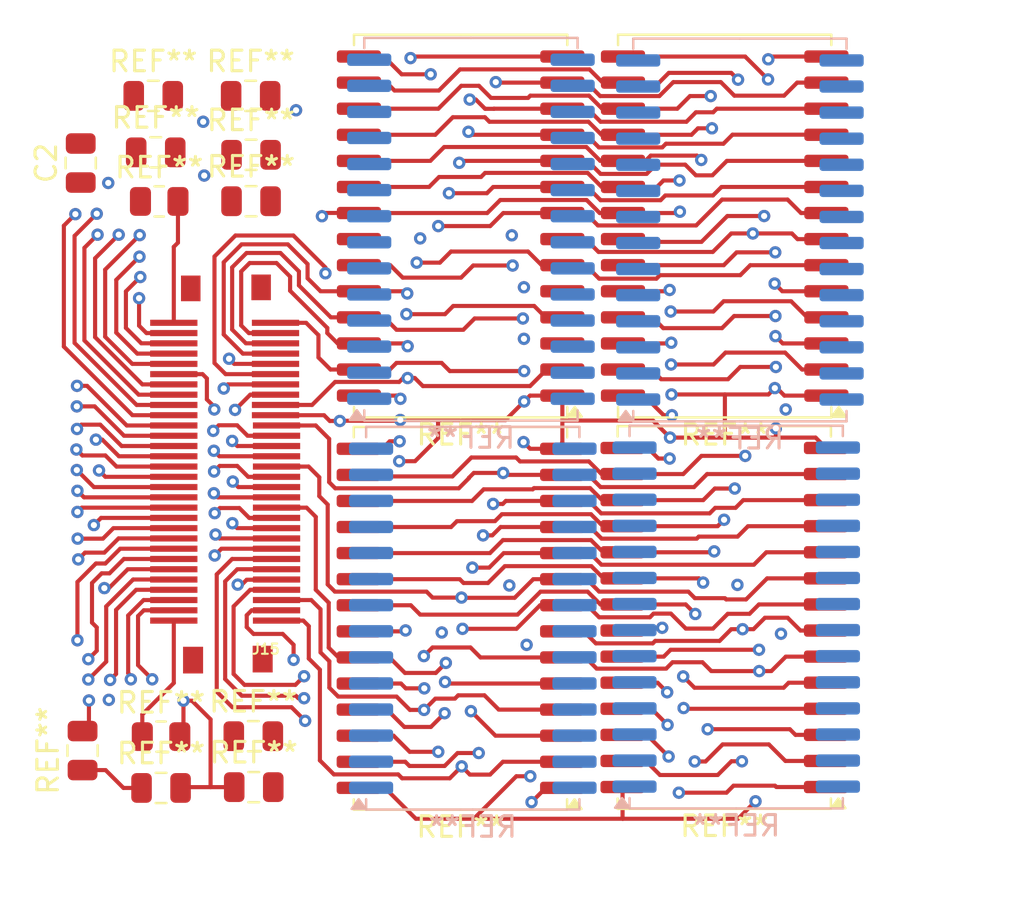
<source format=kicad_pcb>
(kicad_pcb (version 20241229) (generator "pcbnew") (generator_version "9.0")
  (layers (0 "F.Cu" signal) (2 "B.Cu" signal) (13 "F.Paste" user) (15 "B.Paste" user) (5 "F.SilkS" user "F.Silkscreen") (7 "B.SilkS" user "B.Silkscreen") (1 "F.Mask" user) (3 "B.Mask" user) (25 "Edge.Cuts" user))
  (net 0 "")
  (net 1 "J1_10")
  (footprint "Capacitor_SMD:C_0805_2012Metric" (layer "F.Cu") (at 115.49 81.82)
    (property "Reference" "REF**")
    (property "Value" "C_0805_2012Metric")
  )
  (footprint "Resistor_SMD:R_0805_2012Metric" (layer "F.Cu") (at 115.78 86.96)
    (property "Reference" "REF**")
    (property "Value" "R_0805_2012Metric")
  )
  (footprint "Capacitor_SMD:C_0805_2012Metric" (layer "F.Cu") (at 115.87 115.52)
    (property "Reference" "REF**")
    (property "Value" "C_0805_2012Metric")
  )
  (footprint "Capacitor_SMD:C_0805_2012Metric" (layer "F.Cu") (at 112.05 113.7 90)
    (property "Reference" "REF**")
    (property "Value" "C_0805_2012Metric")
  )
  (footprint "Package_SO:SOJ-28_10.16x18.415mm_P1.27mm" (layer "F.Cu") (at 130.45 88.16 180)
    (property "Reference" "REF**")
    (property "Value" "SOJ-28_10.16x18.415mm_P1.27mm")
  )
  (footprint "Capacitor_SMD:C_0805_2012Metric" (layer "F.Cu") (at 115.61 84.57)
    (property "Reference" "REF**")
    (property "Value" "C_0805_2012Metric")
  )
  (footprint "Capacitor_SMD:C_0805_2012Metric" (layer "F.Cu") (at 111.96 85.09 90)
    (property "Reference" "C2")
    (property "Value" "C_0805_2012Metric")
  )
  (footprint "Capacitor_SMD:C_0805_2012Metric" (layer "F.Cu") (at 120.23 81.82)
    (property "Reference" "REF**")
    (property "Value" "C_0805_2012Metric")
  )
  (footprint "Resistor_SMD:R_0805_2012Metric" (layer "F.Cu") (at 115.87 113.02)
    (property "Reference" "REF**")
    (property "Value" "R_0805_2012Metric")
  )
  (footprint "Package_SO:SOJ-28_10.16x18.415mm_P1.27mm" (layer "F.Cu") (at 143.28 107.22 180)
    (property "Reference" "REF**")
    (property "Value" "SOJ-28_10.16x18.415mm_P1.27mm")
  )
  (footprint "Capacitor_SMD:C_0805_2012Metric" (layer "F.Cu") (at 120.36 113)
    (property "Reference" "REF**")
    (property "Value" "C_0805_2012Metric")
  )
  (footprint "Package_SO:SOJ-28_10.16x18.415mm_P1.27mm" (layer "F.Cu") (at 143.3 88.16 180)
    (property "Reference" "REF**")
    (property "Value" "SOJ-28_10.16x18.415mm_P1.27mm")
  )
  (footprint "Library:RAM Module" (layer "F.Cu") (at 118.94 100.27)
    (property "Reference" "J15")
    (property "Value" "RAM Module")
  )
  (footprint "Capacitor_SMD:C_0805_2012Metric" (layer "F.Cu") (at 120.25 86.95)
    (property "Reference" "REF**")
    (property "Value" "C_0805_2012Metric")
  )
  (footprint "Package_SO:SOJ-28_10.16x18.415mm_P1.27mm" (layer "F.Cu") (at 130.44 107.26 180)
    (property "Reference" "REF**")
    (property "Value" "SOJ-28_10.16x18.415mm_P1.27mm")
  )
  (footprint "Capacitor_SMD:C_0805_2012Metric" (layer "F.Cu") (at 120.38 115.48)
    (property "Reference" "REF**")
    (property "Value" "C_0805_2012Metric")
  )
  (footprint "Capacitor_SMD:C_0805_2012Metric" (layer "F.Cu") (at 120.25 84.69)
    (property "Reference" "REF**")
    (property "Value" "C_0805_2012Metric")
  )
  (footprint "Package_SO:SOJ-28_10.16x18.415mm_P1.27mm" (layer "B.Cu") (at 144.04 88.35)
    (property "Reference" "REF**")
    (property "Value" "SOJ-28_10.16x18.415mm_P1.27mm")
  )
  (footprint "Package_SO:SOJ-28_10.16x18.415mm_P1.27mm" (layer "B.Cu") (at 131.04 107.255)
    (property "Reference" "REF**")
    (property "Value" "SOJ-28_10.16x18.415mm_P1.27mm")
  )
  (footprint "Package_SO:SOJ-28_10.16x18.415mm_P1.27mm" (layer "B.Cu") (at 130.95 88.315)
    (property "Reference" "REF**")
    (property "Value" "SOJ-28_10.16x18.415mm_P1.27mm")
  )
  (footprint "Package_SO:SOJ-28_10.16x18.415mm_P1.27mm" (layer "B.Cu") (at 143.86 107.2)
    (property "Reference" "REF**")
    (property "Value" "SOJ-28_10.16x18.415mm_P1.27mm")
  )
  (segment (start 127.81 92.45) (end 129.69 92.45) (width 0.2) (layer "F.Cu") (net 0))
  (segment (start 139.98 90.72) (end 140.15 90.55) (width 0.2) (layer "F.Cu") (net 0))
  (segment (start 120.18 89.96) (end 119.77 90.37) (width 0.2) (layer "F.Cu") (net 0))
  (segment (start 137.31 103.38) (end 141.94 103.38) (width 0.2) (layer "F.Cu") (net 0))
  (segment (start 137.3 104.65) (end 144.72 104.65) (width 0.2) (layer "F.Cu") (net 0))
  (segment (start 143.05 108.36) (end 139.92 108.36) (width 0.2) (layer "F.Cu") (net 0))
  (segment (start 145.75 115.41) (end 145.815 115.475) (width 0.2) (layer "F.Cu") (net 0))
  (segment (start 137.26 83.08) (end 141.44 83.08) (width 0.2) (layer "F.Cu") (net 0))
  (segment (start 148.245 83.71) (end 148.25 83.715) (width 0.2) (layer "F.Cu") (net 0))
  (segment (start 112.12 101.37) (end 116.49 101.37) (width 0.2) (layer "F.Cu") (net 0))
  (segment (start 138.33 114.205) (end 139.465 114.205) (width 0.2) (layer "F.Cu") (net 0))
  (segment (start 144.205 101.505) (end 148.23 101.505) (width 0.2) (layer "F.Cu") (net 0))
  (segment (start 116.96 112.8425) (end 116.7825 113.02) (width 0.2) (layer "F.Cu") (net 0))
  (segment (start 122.32 108.55) (end 122.32 109.28) (width 0.2) (layer "F.Cu") (net 0))
  (segment (start 114.75 109.54) (end 115.44 110.23) (width 0.2) (layer "F.Cu") (net 0))
  (segment (start 119.8 111.03) (end 118.99 110.22) (width 0.2) (layer "F.Cu") (net 0))
  (segment (start 126.635 99.005) (end 127 98.64) (width 0.2) (layer "F.Cu") (net 0))
  (segment (start 124.05 98.52) (end 123.4 97.87) (width 0.2) (layer "F.Cu") (net 0))
  (segment (start 130.9 114.87) (end 131.88 114.87) (width 0.2) (layer "F.Cu") (net 0))
  (segment (start 125.5 92.605) (end 124.135 92.605) (width 0.2) (layer "F.Cu") (net 0))
  (segment (start 141.83 110.64) (end 146.17 110.64) (width 0.2) (layer "F.Cu") (net 0))
  (segment (start 111.66 88.64) (end 112.74 87.56) (width 0.2) (layer "F.Cu") (net 0))
  (segment (start 112.6 102.72) (end 112.95 102.37) (width 0.2) (layer "F.Cu") (net 0))
  (segment (start 140.73 97.37) (end 140.33 97.37) (width 0.2) (layer "F.Cu") (net 0))
  (segment (start 143.405 84.985) (end 148.25 84.985) (width 0.2) (layer "F.Cu") (net 0))
  (segment (start 136.525 109.165) (end 135.39 109.165) (width 0.2) (layer "F.Cu") (net 0))
  (segment (start 118.28 115.48) (end 118.28 112.18) (width 0.2) (layer "F.Cu") (net 0))
  (segment (start 116.49 96.37) (end 114.78 96.37) (width 0.2) (layer "F.Cu") (net 0))
  (segment (start 121.48 105.38) (end 121.49 105.37) (width 0.2) (layer "F.Cu") (net 0))
  (segment (start 127.33 94.82) (end 127.005 95.145) (width 0.2) (layer "F.Cu") (net 0))
  (segment (start 143.95 81.03) (end 143.62 80.7) (width 0.2) (layer "F.Cu") (net 0))
  (segment (start 142 83.4) (end 141.685 83.715) (width 0.2) (layer "F.Cu") (net 0))
  (segment (start 122.15 90.62) (end 121.49 89.96) (width 0.2) (layer "F.Cu") (net 0))
  (segment (start 119.85 94.37) (end 121.44 94.37) (width 0.2) (layer "F.Cu") (net 0))
  (segment (start 123.63 108.92) (end 123.63 106.82) (width 0.2) (layer "F.Cu") (net 0))
  (segment (start 113.69 93.35) (end 114.71 94.37) (width 0.2) (layer "F.Cu") (net 0))
  (segment (start 125.5 87.525) (end 131.745 87.525) (width 0.2) (layer "F.Cu") (net 0))
  (segment (start 120.03 89.47) (end 119.33 90.17) (width 0.2) (layer "F.Cu") (net 0))
  (segment (start 130.47 90.67) (end 127.63 90.67) (width 0.2) (layer "F.Cu") (net 0))
  (segment (start 137.215 87.525) (end 138.35 87.525) (width 0.2) (layer "F.Cu") (net 0))
  (segment (start 111.81 103.38) (end 113.04 103.38) (width 0.2) (layer "F.Cu") (net 0))
  (segment (start 132.16 81.15) (end 132.185 81.175) (width 0.2) (layer "F.Cu") (net 0))
  (segment (start 137.335 101.505) (end 138.33 101.505) (width 0.2) (layer "F.Cu") (net 0))
  (segment (start 113.11 104.06) (end 113.8 103.37) (width 0.2) (layer "F.Cu") (net 0))
  (segment (start 141.685 83.715) (end 138.35 83.715) (width 0.2) (layer "F.Cu") (net 0))
  (segment (start 137.13 88.13) (end 141.91 88.13) (width 0.2) (layer "F.Cu") (net 0))
  (segment (start 133.73 81.92) (end 133.84 81.81) (width 0.2) (layer "F.Cu") (net 0))
  (segment (start 122.15 91.31) (end 122.15 90.62) (width 0.2) (layer "F.Cu") (net 0))
  (segment (start 119.6 105.62) (end 119.8 105.62) (width 0.2) (layer "F.Cu") (net 0))
  (segment (start 118.44 101.17) (end 118.64 101.37) (width 0.2) (layer "F.Cu") (net 0))
  (segment (start 112.95 102.37) (end 116.49 102.37) (width 0.2) (layer "F.Cu") (net 0))
  (segment (start 127.46 95.75) (end 124.34 95.75) (width 0.2) (layer "F.Cu") (net 0))
  (segment (start 142.745 104.045) (end 142.79 104) (width 0.2) (layer "F.Cu") (net 0))
  (segment (start 114.82 89.65) (end 113.69 90.78) (width 0.2) (layer "F.Cu") (net 0))
  (segment (start 118.45 100.11) (end 118.72 99.84) (width 0.2) (layer "F.Cu") (net 0))
  (segment (start 118.28 112.18) (end 117.37 111.27) (width 0.2) (layer "F.Cu") (net 0))
  (segment (start 119.33 104.37) (end 121.49 104.37) (width 0.2) (layer "F.Cu") (net 0))
  (segment (start 113.55 102.87) (end 116.49 102.87) (width 0.2) (layer "F.Cu") (net 0))
  (segment (start 124.505 109.165) (end 124.03 108.69) (width 0.2) (layer "F.Cu") (net 0))
  (segment (start 112.980057 105.07) (end 113.36 105.07) (width 0.2) (layer "F.Cu") (net 0))
  (segment (start 122.31 88.62) (end 123.87 90.18) (width 0.2) (layer "F.Cu") (net 0))
  (segment (start 123.7 87.68) (end 123.86 87.52) (width 0.2) (layer "F.Cu") (net 0))
  (segment (start 146.825 81.175) (end 148.25 81.175) (width 0.2) (layer "F.Cu") (net 0))
  (segment (start 118.58 105.12) (end 119.33 104.37) (width 0.2) (layer "F.Cu") (net 0))
  (segment (start 137.375 102.775) (end 138.33 102.775) (width 0.2) (layer "F.Cu") (net 0))
  (segment (start 130.54 107.77) (end 133.17 107.77) (width 0.2) (layer "F.Cu") (net 0))
  (segment (start 134.03 92.05) (end 134.585 92.605) (width 0.2) (layer "F.Cu") (net 0))
  (segment (start 119.4 106.68) (end 119.4 109.97) (width 0.2) (layer "F.Cu") (net 0))
  (segment (start 141.61 81.83) (end 140.995 82.445) (width 0.2) (layer "F.Cu") (net 0))
  (segment (start 145.815 115.475) (end 148.23 115.475) (width 0.2) (layer "F.Cu") (net 0))
  (segment (start 118.1 95.58) (end 117.89 95.37) (width 0.2) (layer "F.Cu") (net 0))
  (segment (start 142.04 103.28) (end 143.93 103.28) (width 0.2) (layer "F.Cu") (net 0))
  (segment (start 117.89 95.37) (end 116.49 95.37) (width 0.2) (layer "F.Cu") (net 0))
  (segment (start 113.16 99.33) (end 113.7 99.87) (width 0.2) (layer "F.Cu") (net 0))
  (segment (start 113.8 103.37) (end 116.49 103.37) (width 0.2) (layer "F.Cu") (net 0))
  (segment (start 114.2 97.87) (end 116.49 97.87) (width 0.2) (layer "F.Cu") (net 0))
  (segment (start 130.48 81.33) (end 131.34 81.33) (width 0.2) (layer "F.Cu") (net 0))
  (segment (start 136.565 83.715) (end 137.18 84.33) (width 0.2) (layer "F.Cu") (net 0))
  (segment (start 127.74 109.92) (end 126.985 109.165) (width 0.2) (layer "F.Cu") (net 0))
  (segment (start 122.95 101.87) (end 121.49 101.87) (width 0.2) (layer "F.Cu") (net 0))
  (segment (start 127.33 111.07) (end 124.49 111.07) (width 0.2) (layer "F.Cu") (net 0))
  (segment (start 125.49 112.975) (end 127.185 112.975) (width 0.2) (layer "F.Cu") (net 0))
  (segment (start 137.385 104.045) (end 138.33 104.045) (width 0.2) (layer "F.Cu") (net 0))
  (segment (start 119.18 94.62) (end 119.43 94.87) (width 0.2) (layer "F.Cu") (net 0))
  (segment (start 135.4 82.445) (end 136.625 82.445) (width 0.2) (layer "F.Cu") (net 0))
  (segment (start 111.78 98.04) (end 111.99 97.83) (width 0.2) (layer "F.Cu") (net 0))
  (segment (start 137.315 86.255) (end 138.35 86.255) (width 0.2) (layer "F.Cu") (net 0))
  (segment (start 124.05 100.63) (end 124.05 98.52) (width 0.2) (layer "F.Cu") (net 0))
  (segment (start 115.02 106.37) (end 116.49 106.37) (width 0.2) (layer "F.Cu") (net 0))
  (segment (start 141.94 103.38) (end 142.04 103.28) (width 0.2) (layer "F.Cu") (net 0))
  (segment (start 142.96 114.89) (end 143.63 114.22) (width 0.2) (layer "F.Cu") (net 0))
  (segment (start 114.86 90.64) (end 114.16 91.34) (width 0.2) (layer "F.Cu") (net 0))
  (segment (start 141.91 88.13) (end 143.17 86.87) (width 0.2) (layer "F.Cu") (net 0))
  (segment (start 140.31 93.13) (end 143.17 93.13) (width 0.2) (layer "F.Cu") (net 0))
  (segment (start 142.74 82.62) (end 142.915 82.445) (width 0.2) (layer "F.Cu") (net 0))
  (segment (start 127.85 91.44) (end 127.745 91.335) (width 0.2) (layer "F.Cu") (net 0))
  (segment (start 139.445 84.985) (end 139.7 84.73) (width 0.2) (layer "F.Cu") (net 0))
  (segment (start 145.365 105.315) (end 148.23 105.315) (width 0.2) (layer "F.Cu") (net 0))
  (segment (start 124.34 95.75) (end 123.22 96.87) (width 0.2) (layer "F.Cu") (net 0))
  (segment (start 119.33 93.2) (end 120 93.87) (width 0.2) (layer "F.Cu") (net 0))
  (segment (start 144.435 102.775) (end 148.23 102.775) (width 0.2) (layer "F.Cu") (net 0))
  (segment (start 141.41 107.76) (end 142.73 107.76) (width 0.2) (layer "F.Cu") (net 0))
  (segment (start 118.44 99.1) (end 118.71 99.37) (width 0.2) (layer "F.Cu") (net 0))
  (segment (start 125.49 105.355) (end 130.405 105.355) (width 0.2) (layer "F.Cu") (net 0))
  (segment (start 133.15 99.43) (end 133.34 99.62) (width 0.2) (layer "F.Cu") (net 0))
  (segment (start 126.725 92.605) (end 127.33 93.21) (width 0.2) (layer "F.Cu") (net 0))
  (segment (start 131.85 83.08) (end 136.67 83.08) (width 0.2) (layer "F.Cu") (net 0))
  (segment (start 130.33 111.01) (end 130.17 111.17) (width 0.2) (layer "F.Cu") (net 0))
  (segment (start 139.785 92.605) (end 140.31 93.13) (width 0.2) (layer "F.Cu") (net 0))
  (segment (start 137.26 85.62) (end 139.5 85.62) (width 0.2) (layer "F.Cu") (net 0))
  (segment (start 122.04 89.05) (end 119.79 89.05) (width 0.2) (layer "F.Cu") (net 0))
  (segment (start 118.92 89.92) (end 118.92 93.44) (width 0.2) (layer "F.Cu") (net 0))
  (segment (start 140.41 86.67) (end 142.73 86.67) (width 0.2) (layer "F.Cu") (net 0))
  (segment (start 143.62 88.52) (end 144.67 88.52) (width 0.2) (layer "F.Cu") (net 0))
  (segment (start 132.07 82.45) (end 132.075 82.445) (width 0.2) (layer "F.Cu") (net 0))
  (segment (start 126.915 100.275) (end 126.99 100.35) (width 0.2) (layer "F.Cu") (net 0))
  (segment (start 133.84 81.81) (end 136.7 81.81) (width 0.2) (layer "F.Cu") (net 0))
  (segment (start 118.71 99.37) (end 121.49 99.37) (width 0.2) (layer "F.Cu") (net 0))
  (segment (start 119.57 97.86) (end 120.08 98.37) (width 0.2) (layer "F.Cu") (net 0))
  (segment (start 120.21 96.37) (end 121.44 96.37) (width 0.2) (layer "F.Cu") (net 0))
  (segment (start 131.09 100.18) (end 130.85 100.42) (width 0.2) (layer "F.Cu") (net 0))
  (segment (start 136.72 80.53) (end 137.365 81.175) (width 0.2) (layer "F.Cu") (net 0))
  (segment (start 142.75 92.32) (end 143.25 91.82) (width 0.2) (layer "F.Cu") (net 0))
  (segment (start 126.985 109.165) (end 125.49 109.165) (width 0.2) (layer "F.Cu") (net 0))
  (segment (start 113.95 98.87) (end 116.49 98.87) (width 0.2) (layer "F.Cu") (net 0))
  (segment (start 140.105 81.175) (end 138.35 81.175) (width 0.2) (layer "F.Cu") (net 0))
  (segment (start 123.63 106.82) (end 123.18 106.37) (width 0.2) (layer "F.Cu") (net 0))
  (segment (start 125.5 93.875) (end 124.465 93.875) (width 0.2) (layer "F.Cu") (net 0))
  (segment (start 145.26 107.23) (end 146.36 107.23) (width 0.2) (layer "F.Cu") (net 0))
  (segment (start 113.11 105.79) (end 113.33 105.79) (width 0.2) (layer "F.Cu") (net 0))
  (segment (start 118.41 98.13) (end 118.68 97.86) (width 0.2) (layer "F.Cu") (net 0))
  (segment (start 143.46 95.62) (end 144.06 95.02) (width 0.2) (layer "F.Cu") (net 0))
  (segment (start 127.58 80.77) (end 126.715 79.905) (width 0.2) (layer "F.Cu") (net 0))
  (segment (start 132.145 112.975) (end 130.95 111.78) (width 0.2) (layer "F.Cu") (net 0))
  (segment (start 130.85 100.44) (end 130.36 100.93) (width 0.2) (layer "F.Cu") (net 0))
  (segment (start 143.34 94.32) (end 146.24 94.32) (width 0.2) (layer "F.Cu") (net 0))
  (segment (start 143.17 93.13) (end 143.76 92.54) (width 0.2) (layer "F.Cu") (net 0))
  (segment (start 146.57 88.52) (end 146.845 88.795) (width 0.2) (layer "F.Cu") (net 0))
  (segment (start 125.5 95.145) (end 124.115 95.145) (width 0.2) (layer "F.Cu") (net 0))
  (segment (start 134.395 90.065) (end 135.4 90.065) (width 0.2) (layer "F.Cu") (net 0))
  (segment (start 125.49 101.545) (end 131.005 101.545) (width 0.2) (layer "F.Cu") (net 0))
  (segment (start 130.38 85.08) (end 130.475 84.985) (width 0.2) (layer "F.Cu") (net 0))
  (segment (start 144.17 107.79) (end 143.62 107.79) (width 0.2) (layer "F.Cu") (net 0))
  (segment (start 131.34 81.33) (end 131.93 81.92) (width 0.2) (layer "F.Cu") (net 0))
  (segment (start 141.84 114.23) (end 142.37 114.23) (width 0.2) (layer "F.Cu") (net 0))
  (segment (start 131.88 114.87) (end 132.505 114.245) (width 0.2) (layer "F.Cu") (net 0))
  (segment (start 118.99 105.46) (end 119.58 104.87) (width 0.2) (layer "F.Cu") (net 0))
  (segment (start 134.585 92.605) (end 135.4 92.605) (width 0.2) (layer "F.Cu") (net 0))
  (segment (start 132.52 100.18) (end 131.09 100.18) (width 0.2) (layer "F.Cu") (net 0))
  (segment (start 111.66 93.85) (end 111.66 88.64) (width 0.2) (layer "F.Cu") (net 0))
  (segment (start 123.86 87.52) (end 125.495 87.52) (width 0.2) (layer "F.Cu") (net 0))
  (segment (start 141.1 85.94) (end 140.32 85.94) (width 0.2) (layer "F.Cu") (net 0))
  (segment (start 143.95 117.02) (end 144.8 116.17) (width 0.2) (layer "F.Cu") (net 0))
  (segment (start 143.39 115.75) (end 143.73 115.41) (width 0.2) (layer "F.Cu") (net 0))
  (segment (start 145.73 90.96) (end 146.105 91.335) (width 0.2) (layer "F.Cu") (net 0))
  (segment (start 143.25 91.82) (end 146.53 91.82) (width 0.2) (layer "F.Cu") (net 0))
  (segment (start 115.16 93.37) (end 116.49 93.37) (width 0.2) (layer "F.Cu") (net 0))
  (segment (start 146.125 93.875) (end 148.25 93.875) (width 0.2) (layer "F.Cu") (net 0))
  (segment (start 144.7 107.79) (end 145.26 107.23) (width 0.2) (layer "F.Cu") (net 0))
  (segment (start 144.98 109.83) (end 142.65 109.83) (width 0.2) (layer "F.Cu") (net 0))
  (segment (start 142.68 83.4) (end 142 83.4) (width 0.2) (layer "F.Cu") (net 0))
  (segment (start 141.9 85.69) (end 142.7 85.69) (width 0.2) (layer "F.Cu") (net 0))
  (segment (start 139.735 111.665) (end 138.33 111.665) (width 0.2) (layer "F.Cu") (net 0))
  (segment (start 114.78 96.37) (end 112.14 93.73) (width 0.2) (layer "F.Cu") (net 0))
  (segment (start 138.33 106.585) (end 141.405 106.585) (width 0.2) (layer "F.Cu") (net 0))
  (segment (start 123 90.7) (end 123 90.01) (width 0.2) (layer "F.Cu") (net 0))
  (segment (start 120.21 105.87) (end 119.4 106.68) (width 0.2) (layer "F.Cu") (net 0))
  (segment (start 125.5 86.255) (end 128.915 86.255) (width 0.2) (layer "F.Cu") (net 0))
  (segment (start 114.8 91.67) (end 114.8 93.01) (width 0.2) (layer "F.Cu") (net 0))
  (segment (start 133.73 89.4) (end 134.395 90.065) (width 0.2) (layer "F.Cu") (net 0))
  (segment (start 127.33 93.21) (end 130.58 93.21) (width 0.2) (layer "F.Cu") (net 0))
  (segment (start 135.39 106.625) (end 136.605 106.625) (width 0.2) (layer "F.Cu") (net 0))
  (segment (start 123.98 101.72) (end 123.57 101.31) (width 0.2) (layer "F.Cu") (net 0))
  (segment (start 141.81 100.87) (end 142.445 100.235) (width 0.2) (layer "F.Cu") (net 0))
  (segment (start 138.33 101.505) (end 142.255 101.505) (width 0.2) (layer "F.Cu") (net 0))
  (segment (start 119.8 105.62) (end 120.04 105.38) (width 0.2) (layer "F.Cu") (net 0))
  (segment (start 142.7 85.69) (end 143.405 84.985) (width 0.2) (layer "F.Cu") (net 0))
  (segment (start 128.79 105.96) (end 124.33 105.96) (width 0.2) (layer "F.Cu") (net 0))
  (segment (start 119.36 100.6) (end 119.63 100.87) (width 0.2) (layer "F.Cu") (net 0))
  (segment (start 113.16 100.37) (end 116.49 100.37) (width 0.2) (layer "F.Cu") (net 0))
  (segment (start 130.83 83.57) (end 130.975 83.715) (width 0.2) (layer "F.Cu") (net 0))
  (segment (start 125.49 100.275) (end 126.915 100.275) (width 0.2) (layer "F.Cu") (net 0))
  (segment (start 114.9575 111.9425) (end 116.49 110.41) (width 0.2) (layer "F.Cu") (net 0))
  (segment (start 123.4 97.87) (end 121.49 97.87) (width 0.2) (layer "F.Cu") (net 0))
  (segment (start 114.48 97.37) (end 111.14 94.03) (width 0.2) (layer "F.Cu") (net 0))
  (segment (start 136.67 83.08) (end 137.305 83.715) (width 0.2) (layer "F.Cu") (net 0))
  (segment (start 118.47 94.83) (end 118.47 89.64) (width 0.2) (layer "F.Cu") (net 0))
  (segment (start 112.14 93.73) (end 112.14 89.22) (width 0.2) (layer "F.Cu") (net 0))
  (segment (start 138.35 87.525) (end 141.055 87.525) (width 0.2) (layer "F.Cu") (net 0))
  (segment (start 124.28 114.86) (end 127.41 114.86) (width 0.2) (layer "F.Cu") (net 0))
  (segment (start 138.33 105.315) (end 142.045 105.315) (width 0.2) (layer "F.Cu") (net 0))
  (segment (start 131.005 101.545) (end 131.57 100.98) (width 0.2) (layer "F.Cu") (net 0))
  (segment (start 132.305 111.705) (end 131.61 111.01) (width 0.2) (layer "F.Cu") (net 0))
  (segment (start 123.635 91.335) (end 123 90.7) (width 0.2) (layer "F.Cu") (net 0))
  (segment (start 125.495 87.52) (end 125.5 87.525) (width 0.2) (layer "F.Cu") (net 0))
  (segment (start 145.325 104.045) (end 148.23 104.045) (width 0.2) (layer "F.Cu") (net 0))
  (segment (start 132.38 86.89) (end 136.58 86.89) (width 0.2) (layer "F.Cu") (net 0))
  (segment (start 136.75 100.92) (end 137.335 101.505) (width 0.2) (layer "F.Cu") (net 0))
  (segment (start 146.53 91.82) (end 147.315 92.605) (width 0.2) (layer "F.Cu") (net 0))
  (segment (start 136.7 81.81) (end 137.335 82.445) (width 0.2) (layer "F.Cu") (net 0))
  (segment (start 143.93 103.28) (end 144.435 102.775) (width 0.2) (layer "F.Cu") (net 0))
  (segment (start 138.33 102.775) (end 142.955 102.775) (width 0.2) (layer "F.Cu") (net 0))
  (segment (start 121.49 107.37) (end 122.79 107.37) (width 0.2) (layer "F.Cu") (net 0))
  (segment (start 140.335 109.125) (end 140.67 108.79) (width 0.2) (layer "F.Cu") (net 0))
  (segment (start 145.57 109.83) (end 146.275 109.125) (width 0.2) (layer "F.Cu") (net 0))
  (segment (start 118.71 103.37) (end 121.49 103.37) (width 0.2) (layer "F.Cu") (net 0))
  (segment (start 131.06 90.08) (end 130.47 90.67) (width 0.2) (layer "F.Cu") (net 0))
  (segment (start 138.33 117.01) (end 138.34 117.02) (width 0.2) (layer "F.Cu") (net 0))
  (segment (start 128.22 95.56) (end 128.61 95.95) (width 0.2) (layer "F.Cu") (net 0))
  (segment (start 136.585 105.355) (end 137.19 105.96) (width 0.2) (layer "F.Cu") (net 0))
  (segment (start 121.44 95.37) (end 119.01 95.37) (width 0.2) (layer "F.Cu") (net 0))
  (segment (start 143.68 83.71) (end 148.245 83.71) (width 0.2) (layer "F.Cu") (net 0))
  (segment (start 143.43 87.67) (end 145.22 87.67) (width 0.2) (layer "F.Cu") (net 0))
  (segment (start 134.315001 106.625) (end 135.39 106.625) (width 0.2) (layer "F.Cu") (net 0))
  (segment (start 143.24 84.15) (end 143.68 83.71) (width 0.2) (layer "F.Cu") (net 0))
  (segment (start 119.68 101.89) (end 120.16 102.37) (width 0.2) (layer "F.Cu") (net 0))
  (segment (start 144.51 107.04) (end 144.965 106.585) (width 0.2) (layer "F.Cu") (net 0))
  (segment (start 136.63 85.57) (end 137.315 86.255) (width 0.2) (layer "F.Cu") (net 0))
  (segment (start 114.25 104.87) (end 116.49 104.87) (width 0.2) (layer "F.Cu") (net 0))
  (segment (start 111.8 102.08) (end 112.01 101.87) (width 0.2) (layer "F.Cu") (net 0))
  (segment (start 112.509 105.541057) (end 112.980057 105.07) (width 0.2) (layer "F.Cu") (net 0))
  (segment (start 127.48 96.57) (end 127.325 96.415) (width 0.2) (layer "F.Cu") (net 0))
  (segment (start 140.52 112.45) (end 139.735 111.665) (width 0.2) (layer "F.Cu") (net 0))
  (segment (start 123.6 109.76) (end 123.6 114.18) (width 0.2) (layer "F.Cu") (net 0))
  (segment (start 141.38 85.17) (end 141.9 85.69) (width 0.2) (layer "F.Cu") (net 0))
  (segment (start 135.4 81.175) (end 136.585 81.175) (width 0.2) (layer "F.Cu") (net 0))
  (segment (start 144.72 104.65) (end 145.325 104.045) (width 0.2) (layer "F.Cu") (net 0))
  (segment (start 118.52 103.18) (end 118.71 103.37) (width 0.2) (layer "F.Cu") (net 0))
  (segment (start 139.555 98.965) (end 140.07 99.48) (width 0.2) (layer "F.Cu") (net 0))
  (segment (start 112.27 95.94) (end 114.2 97.87) (width 0.2) (layer "F.Cu") (net 0))
  (segment (start 123.96 93.37) (end 123.96 93.12) (width 0.2) (layer "F.Cu") (net 0))
  (segment (start 135.4 84.985) (end 136.625 84.985) (width 0.2) (layer "F.Cu") (net 0))
  (segment (start 112.14 89.22) (end 112.78 88.58) (width 0.2) (layer "F.Cu") (net 0))
  (segment (start 124.33 105.96) (end 123.98 105.61) (width 0.2) (layer "F.Cu") (net 0))
  (segment (start 129.08 108.68) (end 130.93 108.68) (width 0.2) (layer "F.Cu") (net 0))
  (segment (start 142.255 101.505) (end 142.82 100.94) (width 0.2) (layer "F.Cu") (net 0))
  (segment (start 143.77 81.81) (end 146.19 81.81) (width 0.2) (layer "F.Cu") (net 0))
  (segment (start 140.015 88.795) (end 140.15 88.93) (width 0.2) (layer "F.Cu") (net 0))
  (segment (start 125.5 82.445) (end 129.365 82.445) (width 0.2) (layer "F.Cu") (net 0))
  (segment (start 112.91 97.83) (end 113.95 98.87) (width 0.2) (layer "F.Cu") (net 0))
  (segment (start 142.17 88.93) (end 143.43 87.67) (width 0.2) (layer "F.Cu") (net 0))
  (segment (start 127 98.64) (end 127.48 98.64) (width 0.2) (layer "F.Cu") (net 0))
  (segment (start 142.445 100.235) (end 148.23 100.235) (width 0.2) (layer "F.Cu") (net 0))
  (segment (start 140.18 86.9) (end 140.41 86.67) (width 0.2) (layer "F.Cu") (net 0))
  (segment (start 144.965 106.585) (end 148.23 106.585) (width 0.2) (layer "F.Cu") (net 0))
  (segment (start 128.085 79.905) (end 135.4 79.905) (width 0.2) (layer "F.Cu") (net 0))
  (segment (start 147.015 87.525) (end 148.25 87.525) (width 0.2) (layer "F.Cu") (net 0))
  (segment (start 140.21 95.62) (end 143.46 95.62) (width 0.2) (layer "F.Cu") (net 0))
  (segment (start 137.24 81.83) (end 140.12 81.83) (width 0.2) (layer "F.Cu") (net 0))
  (segment (start 132.6 104.72) (end 136.81 104.72) (width 0.2) (layer "F.Cu") (net 0))
  (segment (start 140.32 85.94) (end 140.005 86.255) (width 0.2) (layer "F.Cu") (net 0))
  (segment (start 134.34 105.96) (end 136.63 105.96) (width 0.2) (layer "F.Cu") (net 0))
  (segment (start 129.36 88.16) (end 131.89 88.16) (width 0.2) (layer "F.Cu") (net 0))
  (segment (start 144.34 106.34) (end 145.365 105.315) (width 0.2) (layer "F.Cu") (net 0))
  (segment (start 135.39 100.275) (end 136.665 100.275) (width 0.2) (layer "F.Cu") (net 0))
  (segment (start 141.405 106.585) (end 141.87 107.05) (width 0.2) (layer "F.Cu") (net 0))
  (segment (start 144.06 90.55) (end 144.545 90.065) (width 0.2) (layer "F.Cu") (net 0))
  (segment (start 133.079 106.261) (end 133.985 105.355) (width 0.2) (layer "F.Cu") (net 0))
  (segment (start 123.53 93.47) (end 122.93 92.87) (width 0.2) (layer "F.Cu") (net 0))
  (segment (start 115.03 106.87) (end 114.75 107.15) (width 0.2) (layer "F.Cu") (net 0))
  (segment (start 118.47 89.64) (end 119.49 88.62) (width 0.2) (layer "F.Cu") (net 0))
  (segment (start 132.185 81.175) (end 135.4 81.175) (width 0.2) (layer "F.Cu") (net 0))
  (segment (start 128.61 95.95) (end 133.83 95.95) (width 0.2) (layer "F.Cu") (net 0))
  (segment (start 136.81 104.72) (end 137.405 105.315) (width 0.2) (layer "F.Cu") (net 0))
  (segment (start 122.88 112.25) (end 122.22 111.59) (width 0.2) (layer "F.Cu") (net 0))
  (segment (start 112.36 111.26) (end 112.36 112.44) (width 0.2) (layer "F.Cu") (net 0))
  (segment (start 113.16 104.59) (end 113.88 103.87) (width 0.2) (layer "F.Cu") (net 0))
  (segment (start 111.8 105.49) (end 112.7 104.59) (width 0.2) (layer "F.Cu") (net 0))
  (segment (start 138.33 115.475) (end 138.33 117.01) (width 0.2) (layer "F.Cu") (net 0))
  (segment (start 127.87 95.56) (end 127.65 95.56) (width 0.2) (layer "F.Cu") (net 0))
  (segment (start 129.92 115.05) (end 130.5 114.47) (width 0.2) (layer "F.Cu") (net 0))
  (segment (start 113.33 105.79) (end 114.25 104.87) (width 0.2) (layer "F.Cu") (net 0))
  (segment (start 146.255 114.205) (end 148.23 114.205) (width 0.2) (layer "F.Cu") (net 0))
  (segment (start 135.39 104.085) (end 136.735 104.085) (width 0.2) (layer "F.Cu") (net 0))
  (segment (start 123.22 96.87) (end 121.44 96.87) (width 0.2) (layer "F.Cu") (net 0))
  (segment (start 125.49 111.705) (end 126.865 111.705) (width 0.2) (layer "F.Cu") (net 0))
  (segment (start 123.57 101.31) (end 123.57 100.39) (width 0.2) (layer "F.Cu") (net 0))
  (segment (start 143.73 115.41) (end 145.75 115.41) (width 0.2) (layer "F.Cu") (net 0))
  (segment (start 118.48 102.14) (end 118.73 101.89) (width 0.2) (layer "F.Cu") (net 0))
  (segment (start 130.09 92.05) (end 134.03 92.05) (width 0.2) (layer "F.Cu") (net 0))
  (segment (start 142.73 86.67) (end 143.145 86.255) (width 0.2) (layer "F.Cu") (net 0))
  (segment (start 133.985 105.355) (end 135.39 105.355) (width 0.2) (layer "F.Cu") (net 0))
  (segment (start 127.52 96.57) (end 127.48 96.57) (width 0.2) (layer "F.Cu") (net 0))
  (segment (start 142.82 100.94) (end 143.79 100.94) (width 0.2) (layer "F.Cu") (net 0))
  (segment (start 141.055 87.525) (end 141.12 87.46) (width 0.2) (layer "F.Cu") (net 0))
  (segment (start 119.34 102.63) (end 119.58 102.87) (width 0.2) (layer "F.Cu") (net 0))
  (segment (start 123.06 109.22) (end 123.6 109.76) (width 0.2) (layer "F.Cu") (net 0))
  (segment (start 130.89 82) (end 131.19 82) (width 0.2) (layer "F.Cu") (net 0))
  (segment (start 135.39 105.355) (end 136.585 105.355) (width 0.2) (layer "F.Cu") (net 0))
  (segment (start 142.22 109.4) (end 140.76 109.4) (width 0.2) (layer "F.Cu") (net 0))
  (segment (start 123.6 114.18) (end 124.28 114.86) (width 0.2) (layer "F.Cu") (net 0))
  (segment (start 112.7 98.56) (end 113.01 98.56) (width 0.2) (layer "F.Cu") (net 0))
  (segment (start 130.93 108.68) (end 131.415 109.165) (width 0.2) (layer "F.Cu") (net 0))
  (segment (start 133.96 100.98) (end 134.02 100.92) (width 0.2) (layer "F.Cu") (net 0))
  (segment (start 131.13 92.66) (end 133.48 92.66) (width 0.2) (layer "F.Cu") (net 0))
  (segment (start 142.37 114.23) (end 143.2 113.4) (width 0.2) (layer "F.Cu") (net 0))
  (segment (start 131.54 103.22) (end 131.99 103.22) (width 0.2) (layer "F.Cu") (net 0))
  (segment (start 136.63 105.96) (end 137.255001 106.585) (width 0.2) (layer "F.Cu") (net 0))
  (segment (start 111.8 108.33) (end 111.8 105.49) (width 0.2) (layer "F.Cu") (net 0))
  (segment (start 127.545 110.435) (end 125.49 110.435) (width 0.2) (layer "F.Cu") (net 0))
  (segment (start 127.98 111.72) (end 127.33 111.07) (width 0.2) (layer "F.Cu") (net 0))
  (segment (start 129.215 83.715) (end 130.07 82.86) (width 0.2) (layer "F.Cu") (net 0))
  (segment (start 118.73 101.89) (end 119.68 101.89) (width 0.2) (layer "F.Cu") (net 0))
  (segment (start 138.465 107.72) (end 138.33 107.855) (width 0.2) (layer "F.Cu") (net 0))
  (segment (start 138.35 95.145) (end 139.735 95.145) (width 0.2) (layer "F.Cu") (net 0))
  (segment (start 129.65 84.31) (end 136.57 84.31) (width 0.2) (layer "F.Cu") (net 0))
  (segment (start 135.4 86.255) (end 136.615 86.255) (width 0.2) (layer "F.Cu") (net 0))
  (segment (start 140.44 84.15) (end 143.24 84.15) (width 0.2) (layer "F.Cu") (net 0))
  (segment (start 135.4 87.525) (end 136.525 87.525) (width 0.2) (layer "F.Cu") (net 0))
  (segment (start 124.115 95.145) (end 123.53 94.56) (width 0.2) (layer "F.Cu") (net 0))
  (segment (start 126.765 115.515) (end 128.27 117.02) (width 0.2) (layer "F.Cu") (net 0))
  (segment (start 112.33 110.24) (end 113.2 109.37) (width 0.2) (layer "F.Cu") (net 0))
  (segment (start 133.17 107.77) (end 134.315001 106.625) (width 0.2) (layer "F.Cu") (net 0))
  (segment (start 124.49 111.07) (end 124.06 110.64) (width 0.2) (layer "F.Cu") (net 0))
  (segment (start 146.36 107.23) (end 146.985 107.855) (width 0.2) (layer "F.Cu") (net 0))
  (segment (start 126.99 100.35) (end 130.05 100.35) (width 0.2) (layer "F.Cu") (net 0))
  (segment (start 146.105 91.335) (end 148.25 91.335) (width 0.2) (layer "F.Cu") (net 0))
  (segment (start 142.955 102.775) (end 143.27 102.46) (width 0.2) (layer "F.Cu") (net 0))
  (segment (start 136.735 104.085) (end 137.3 104.65) (width 0.2) (layer "F.Cu") (net 0))
  (segment (start 123.4 102.32) (end 122.95 101.87) (width 0.2) (layer "F.Cu") (net 0))
  (segment (start 140.45 109.71) (end 137.07 109.71) (width 0.2) (layer "F.Cu") (net 0))
  (segment (start 131.09 117.02) (end 138.34 117.02) (width 0.2) (layer "F.Cu") (net 0))
  (segment (start 123.96 93.12) (end 122.15 91.31) (width 0.2) (layer "F.Cu") (net 0))
  (segment (start 113.15 90.28) (end 113.15 93.55) (width 0.2) (layer "F.Cu") (net 0))
  (segment (start 123.87 90.18) (end 123.87 90.46) (width 0.2) (layer "F.Cu") (net 0))
  (segment (start 131.64 85.57) (end 136.63 85.57) (width 0.2) (layer "F.Cu") (net 0))
  (segment (start 111.14 88.14) (end 111.7 87.58) (width 0.2) (layer "F.Cu") (net 0))
  (segment (start 125.49 114.245) (end 127.755 114.245) (width 0.2) (layer "F.Cu") (net 0))
  (segment (start 128.68 110.67) (end 127.78 110.67) (width 0.2) (layer "F.Cu") (net 0))
  (segment (start 127.71 112.55) (end 129 112.55) (width 0.2) (layer "F.Cu") (net 0))
  (segment (start 136.79 102.19) (end 137.375 102.775) (width 0.2) (layer "F.Cu") (net 0))
  (segment (start 137.305 100.235) (end 138.33 100.235) (width 0.2) (layer "F.Cu") (net 0))
  (segment (start 143.88 89.44) (end 145.76 89.44) (width 0.2) (layer "F.Cu") (net 0))
  (segment (start 133.22 107.08) (end 134.34 105.96) (width 0.2) (layer "F.Cu") (net 0))
  (segment (start 140.76 109.4) (end 140.45 109.71) (width 0.2) (layer "F.Cu") (net 0))
  (segment (start 127.87 95.56) (end 128.22 95.56) (width 0.2) (layer "F.Cu") (net 0))
  (segment (start 143.45 107.04) (end 144.51 107.04) (width 0.2) (layer "F.Cu") (net 0))
  (segment (start 118.92 96.07) (end 119.12 95.87) (width 0.2) (layer "F.Cu") (net 0))
  (segment (start 133.54 95.22) (end 129.92 95.22) (width 0.2) (layer "F.Cu") (net 0))
  (segment (start 136.79 103.45) (end 137.385 104.045) (width 0.2) (layer "F.Cu") (net 0))
  (segment (start 124.465 93.875) (end 123.96 93.37) (width 0.2) (layer "F.Cu") (net 0))
  (segment (start 111.8 101.05) (end 112.12 101.37) (width 0.2) (layer "F.Cu") (net 0))
  (segment (start 128.27 117.02) (end 131.09 117.02) (width 0.2) (layer "F.Cu") (net 0))
  (segment (start 122.43 111.03) (end 119.8 111.03) (width 0.2) (layer "F.Cu") (net 0))
  (segment (start 127.96 114.45) (end 129.67 114.45) (width 0.2) (layer "F.Cu") (net 0))
  (segment (start 130.85 100.42) (end 130.85 100.44) (width 0.2) (layer "F.Cu") (net 0))
  (segment (start 118.58 110.83) (end 118.58 105.12) (width 0.2) (layer "F.Cu") (net 0))
  (segment (start 114.16 91.34) (end 114.16 93.12) (width 0.2) (layer "F.Cu") (net 0))
  (segment (start 130.501 106.261) (end 133.079 106.261) (width 0.2) (layer "F.Cu") (net 0))
  (segment (start 122.22 111.59) (end 119.34 111.59) (width 0.2) (layer "F.Cu") (net 0))
  (segment (start 139.8 108.48) (end 137.03 108.48) (width 0.2) (layer "F.Cu") (net 0))
  (segment (start 113.15 93.55) (end 114.47 94.87) (width 0.2) (layer "F.Cu") (net 0))
  (segment (start 134.635 95.145) (end 135.4 95.145) (width 0.2) (layer "F.Cu") (net 0))
  (segment (start 144.06 95.02) (end 145.79 95.02) (width 0.2) (layer "F.Cu") (net 0))
  (segment (start 130.3 113.82) (end 131.33 113.82) (width 0.2) (layer "F.Cu") (net 0))
  (segment (start 145.77 93.52) (end 146.125 93.875) (width 0.2) (layer "F.Cu") (net 0))
  (segment (start 119.4 109.97) (end 119.93 110.5) (width 0.2) (layer "F.Cu") (net 0))
  (segment (start 139.92 108.36) (end 139.8 108.48) (width 0.2) (layer "F.Cu") (net 0))
  (segment (start 132.075 82.445) (end 135.4 82.445) (width 0.2) (layer "F.Cu") (net 0))
  (segment (start 144.67 88.52) (end 146.57 88.52) (width 0.2) (layer "F.Cu") (net 0))
  (segment (start 114.4 110.23) (end 114.4 110.06) (width 0.2) (layer "F.Cu") (net 0))
  (segment (start 135.39 111.705) (end 132.305 111.705) (width 0.2) (layer "F.Cu") (net 0))
  (segment (start 137.18 84.33) (end 140.26 84.33) (width 0.2) (layer "F.Cu") (net 0))
  (segment (start 112.33 109.25) (end 112.74 108.84) (width 0.2) (layer "F.Cu") (net 0))
  (segment (start 138.33 109.125) (end 140.335 109.125) (width 0.2) (layer "F.Cu") (net 0))
  (segment (start 142.915 82.445) (end 148.25 82.445) (width 0.2) (layer "F.Cu") (net 0))
  (segment (start 116.6925 88.9675) (end 116.49 89.17) (width 0.2) (layer "F.Cu") (net 0))
  (segment (start 146.745 112.935) (end 148.23 112.935) (width 0.2) (layer "F.Cu") (net 0))
  (segment (start 112.05 114.65) (end 113.17 114.65) (width 0.2) (layer "F.Cu") (net 0))
  (segment (start 141.285 100.235) (end 142.17 99.35) (width 0.2) (layer "F.Cu") (net 0))
  (segment (start 123 90.01) (end 122.04 89.05) (width 0.2) (layer "F.Cu") (net 0))
  (segment (start 130.59 105.54) (end 131.78 105.54) (width 0.2) (layer "F.Cu") (net 0))
  (segment (start 136.445 107.895) (end 135.39 107.895) (width 0.2) (layer "F.Cu") (net 0))
  (segment (start 121.49 106.87) (end 120.28 106.87) (width 0.2) (layer "F.Cu") (net 0))
  (segment (start 120.04 105.38) (end 121.48 105.38) (width 0.2) (layer "F.Cu") (net 0))
  (segment (start 112.74 108.84) (end 112.74 107.7) (width 0.2) (layer "F.Cu") (net 0))
  (segment (start 125.5 83.715) (end 129.215 83.715) (width 0.2) (layer "F.Cu") (net 0))
  (segment (start 132.51 103.45) (end 136.79 103.45) (width 0.2) (layer "F.Cu") (net 0))
  (segment (start 113.17 114.65) (end 114.04 115.52) (width 0.2) (layer "F.Cu") (net 0))
  (segment (start 114.07 98.37) (end 116.49 98.37) (width 0.2) (layer "F.Cu") (net 0))
  (segment (start 113.2 106.68) (end 114.51 105.37) (width 0.2) (layer "F.Cu") (net 0))
  (segment (start 126.865 111.705) (end 127.71 112.55) (width 0.2) (layer "F.Cu") (net 0))
  (segment (start 142.73 107.76) (end 143.45 107.04) (width 0.2) (layer "F.Cu") (net 0))
  (segment (start 114.83 88.6) (end 113.15 90.28) (width 0.2) (layer "F.Cu") (net 0))
  (segment (start 135.4 88.795) (end 136.535 88.795) (width 0.2) (layer "F.Cu") (net 0))
  (segment (start 125.49 99.005) (end 126.635 99.005) (width 0.2) (layer "F.Cu") (net 0))
  (segment (start 140.5 110.86) (end 140.035 110.395) (width 0.2) (layer "F.Cu") (net 0))
  (segment (start 145.41 81.02) (end 144.295 79.905) (width 0.2) (layer "F.Cu") (net 0))
  (segment (start 130.975 83.715) (end 135.4 83.715) (width 0.2) (layer "F.Cu") (net 0))
  (segment (start 119.63 100.87) (end 121.49 100.87) (width 0.2) (layer "F.Cu") (net 0))
  (segment (start 120.11 100.37) (end 121.49 100.37) (width 0.2) (layer "F.Cu") (net 0))
  (segment (start 147.065 95.145) (end 148.25 95.145) (width 0.2) (layer "F.Cu") (net 0))
  (segment (start 130.58 93.21) (end 131.13 92.66) (width 0.2) (layer "F.Cu") (net 0))
  (segment (start 138.33 98.965) (end 139.555 98.965) (width 0.2) (layer "F.Cu") (net 0))
  (segment (start 137.16 89.42) (end 142.72 89.42) (width 0.2) (layer "F.Cu") (net 0))
  (segment (start 125.49 109.165) (end 124.505 109.165) (width 0.2) (layer "F.Cu") (net 0))
  (segment (start 123.57 100.39) (end 123.05 99.87) (width 0.2) (layer "F.Cu") (net 0))
  (segment (start 127.78 110.67) (end 127.545 110.435) (width 0.2) (layer "F.Cu") (net 0))
  (segment (start 121.79 108.02) (end 122.32 108.55) (width 0.2) (layer "F.Cu") (net 0))
  (segment (start 136.605 106.625) (end 137.19 107.21) (width 0.2) (layer "F.Cu") (net 0))
  (segment (start 132.035 86.255) (end 135.4 86.255) (width 0.2) (layer "F.Cu") (net 0))
  (segment (start 131.89 88.16) (end 132.525 87.525) (width 0.2) (layer "F.Cu") (net 0))
  (segment (start 140.005 86.255) (end 138.35 86.255) (width 0.2) (layer "F.Cu") (net 0))
  (segment (start 125.5 91.335) (end 123.635 91.335) (width 0.2) (layer "F.Cu") (net 0))
  (segment (start 113.68 106.85) (end 114.66 105.87) (width 0.2) (layer "F.Cu") (net 0))
  (segment (start 136.615 86.255) (end 137.26 86.9) (width 0.2) (layer "F.Cu") (net 0))
  (segment (start 136.525 87.525) (end 137.13 88.13) (width 0.2) (layer "F.Cu") (net 0))
  (segment (start 114.27 109.93) (end 114.27 107.12) (width 0.2) (layer "F.Cu") (net 0))
  (segment (start 129.67 114.45) (end 130.3 113.82) (width 0.2) (layer "F.Cu") (net 0))
  (segment (start 123.06 107.64) (end 123.06 109.22) (width 0.2) (layer "F.Cu") (net 0))
  (segment (start 132.505 114.245) (end 135.39 114.245) (width 0.2) (layer "F.Cu") (net 0))
  (segment (start 128.31 89.94) (end 129.44 89.94) (width 0.2) (layer "F.Cu") (net 0))
  (segment (start 125.49 106.625) (end 128.025 106.625) (width 0.2) (layer "F.Cu") (net 0))
  (segment (start 127.735 93.875) (end 125.5 93.875) (width 0.2) (layer "F.Cu") (net 0))
  (segment (start 133.16 114.95) (end 133.84 114.95) (width 0.2) (layer "F.Cu") (net 0))
  (segment (start 130.97 99.43) (end 133.15 99.43) (width 0.2) (layer "F.Cu") (net 0))
  (segment (start 114.66 105.87) (end 116.49 105.87) (width 0.2) (layer "F.Cu") (net 0))
  (segment (start 140.62 91.27) (end 140.555 91.335) (width 0.2) (layer "F.Cu") (net 0))
  (segment (start 140.15 88.93) (end 142.17 88.93) (width 0.2) (layer "F.Cu") (net 0))
  (segment (start 138.35 90.065) (end 143.255 90.065) (width 0.2) (layer "F.Cu") (net 0))
  (segment (start 127.745 91.335) (end 125.5 91.335) (width 0.2) (layer "F.Cu") (net 0))
  (segment (start 116.49 97.37) (end 114.48 97.37) (width 0.2) (layer "F.Cu") (net 0))
  (segment (start 122.79 107.37) (end 123.06 107.64) (width 0.2) (layer "F.Cu") (net 0))
  (segment (start 119.43 115.48) (end 118.28 115.48) (width 0.2) (layer "F.Cu") (net 0))
  (segment (start 114.27 107.12) (end 115.02 106.37) (width 0.2) (layer "F.Cu") (net 0))
  (segment (start 129.69 110.36) (end 129.765 110.435) (width 0.2) (layer "F.Cu") (net 0))
  (segment (start 123.18 106.37) (end 121.49 106.37) (width 0.2) (layer "F.Cu") (net 0))
  (segment (start 138.35 84.985) (end 139.445 84.985) (width 0.2) (layer "F.Cu") (net 0))
  (segment (start 120.16 102.37) (end 121.49 102.37) (width 0.2) (layer "F.Cu") (net 0))
  (segment (start 141.95 84.73) (end 142.16 84.94) (width 0.2) (layer "F.Cu") (net 0))
  (segment (start 116.49 106.87) (end 115.03 106.87) (width 0.2) (layer "F.Cu") (net 0))
  (segment (start 140.15 90.55) (end 144.06 90.55) (width 0.2) (layer "F.Cu") (net 0))
  (segment (start 118.1 96.6) (end 118.1 95.58) (width 0.2) (layer "F.Cu") (net 0))
  (segment (start 129.52 94.82) (end 127.33 94.82) (width 0.2) (layer "F.Cu") (net 0))
  (segment (start 135.4 83.715) (end 136.565 83.715) (width 0.2) (layer "F.Cu") (net 0))
  (segment (start 119.58 99.84) (end 120.11 100.37) (width 0.2) (layer "F.Cu") (net 0))
  (segment (start 142.62 81.83) (end 141.61 81.83) (width 0.2) (layer "F.Cu") (net 0))
  (segment (start 119.93 110.5) (end 122.41 110.5) (width 0.2) (layer "F.Cu") (net 0))
  (segment (start 145.555 79.905) (end 148.25 79.905) (width 0.2) (layer "F.Cu") (net 0))
  (segment (start 123.53 94.56) (end 123.53 93.47) (width 0.2) (layer "F.Cu") (net 0))
  (segment (start 132.545 104.085) (end 135.39 104.085) (width 0.2) (layer "F.Cu") (net 0))
  (segment (start 132.12 102.53) (end 132.46 102.19) (width 0.2) (layer "F.Cu") (net 0))
  (segment (start 120 93.87) (end 121.44 93.87) (width 0.2) (layer "F.Cu") (net 0))
  (segment (start 142.045 105.315) (end 142.25 105.52) (width 0.2) (layer "F.Cu") (net 0))
  (segment (start 146.47 112.66) (end 146.745 112.935) (width 0.2) (layer "F.Cu") (net 0))
  (segment (start 114.96 95.87) (end 116.49 95.87) (width 0.2) (layer "F.Cu") (net 0))
  (segment (start 131.44 85.77) (end 131.64 85.57) (width 0.2) (layer "F.Cu") (net 0))
  (segment (start 137.29 102.15) (end 142.57 102.15) (width 0.2) (layer "F.Cu") (net 0))
  (segment (start 127.97 113.76) (end 129.36 113.76) (width 0.2) (layer "F.Cu") (net 0))
  (segment (start 142.57 102.15) (end 142.84 101.88) (width 0.2) (layer "F.Cu") (net 0))
  (segment (start 142.84 101.88) (end 143.83 101.88) (width 0.2) (layer "F.Cu") (net 0))
  (segment (start 111.78 95.94) (end 112.27 95.94) (width 0.2) (layer "F.Cu") (net 0))
  (segment (start 132.52 100.18) (end 132.615 100.275) (width 0.2) (layer "F.Cu") (net 0))
  (segment (start 122.58 91.05) (end 122.58 90.37) (width 0.2) (layer "F.Cu") (net 0))
  (segment (start 118.46 96.96) (end 118.1 96.6) (width 0.2) (layer "F.Cu") (net 0))
  (segment (start 131.93 81.92) (end 133.73 81.92) (width 0.2) (layer "F.Cu") (net 0))
  (segment (start 127.325 96.415) (end 125.5 96.415) (width 0.2) (layer "F.Cu") (net 0))
  (segment (start 118.64 101.37) (end 121.49 101.37) (width 0.2) (layer "F.Cu") (net 0))
  (segment (start 133.34 99.62) (end 136.69 99.62) (width 0.2) (layer "F.Cu") (net 0))
  (segment (start 140.33 97.37) (end 139.375 96.415) (width 0.2) (layer "F.Cu") (net 0))
  (segment (start 118.92 93.44) (end 119.85 94.37) (width 0.2) (layer "F.Cu") (net 0))
  (segment (start 140.68 107.03) (end 141.41 107.76) (width 0.2) (layer "F.Cu") (net 0))
  (segment (start 131.63 82.86) (end 131.85 83.08) (width 0.2) (layer "F.Cu") (net 0))
  (segment (start 130.405 105.355) (end 130.59 105.54) (width 0.2) (layer "F.Cu") (net 0))
  (segment (start 119.79 89.05) (end 118.92 89.92) (width 0.2) (layer "F.Cu") (net 0))
  (segment (start 114.9575 113.02) (end 114.9575 111.9425) (width 0.2) (layer "F.Cu") (net 0))
  (segment (start 143.62 107.79) (end 143.05 108.36) (width 0.2) (layer "F.Cu") (net 0))
  (segment (start 132.395 102.815) (end 135.39 102.815) (width 0.2) (layer "F.Cu") (net 0))
  (segment (start 124.06 109.35) (end 123.63 108.92) (width 0.2) (layer "F.Cu") (net 0))
  (segment (start 113.2 109.37) (end 113.2 106.68) (width 0.2) (layer "F.Cu") (net 0))
  (segment (start 140.8 81.15) (end 143.11 81.15) (width 0.2) (layer "F.Cu") (net 0))
  (segment (start 127.755 114.245) (end 127.96 114.45) (width 0.2) (layer "F.Cu") (net 0))
  (segment (start 123.4 105.87) (end 123.4 102.32) (width 0.2) (layer "F.Cu") (net 0))
  (segment (start 137.365 81.175) (end 138.35 81.175) (width 0.2) (layer "F.Cu") (net 0))
  (segment (start 125.5 81.175) (end 126.845 81.175) (width 0.2) (layer "F.Cu") (net 0))
  (segment (start 140.26 107.72) (end 138.465 107.72) (width 0.2) (layer "F.Cu") (net 0))
  (segment (start 119.01 95.37) (end 118.47 94.83) (width 0.2) (layer "F.Cu") (net 0))
  (segment (start 114.51 105.37) (end 116.49 105.37) (width 0.2) (layer "F.Cu") (net 0))
  (segment (start 138.35 92.605) (end 139.785 92.605) (width 0.2) (layer "F.Cu") (net 0))
  (segment (start 146.985 107.855) (end 148.23 107.855) (width 0.2) (layer "F.Cu") (net 0))
  (segment (start 125.5 92.605) (end 126.725 92.605) (width 0.2) (layer "F.Cu") (net 0))
  (segment (start 118.68 97.86) (end 119.57 97.86) (width 0.2) (layer "F.Cu") (net 0))
  (segment (start 141.53 105.96) (end 141.85 106.28) (width 0.2) (layer "F.Cu") (net 0))
  (segment (start 129.44 89.94) (end 129.98 89.4) (width 0.2) (layer "F.Cu") (net 0))
  (segment (start 111.75 99.04) (end 112.04 99.33) (width 0.2) (layer "F.Cu") (net 0))
  (segment (start 127.77 107.85) (end 127.725 107.895) (width 0.2) (layer "F.Cu") (net 0))
  (segment (start 138.33 104.045) (end 142.745 104.045) (width 0.2) (layer "F.Cu") (net 0))
  (segment (start 140.665 93.875) (end 138.35 93.875) (width 0.2) (layer "F.Cu") (net 0))
  (segment (start 130.17 111.17) (end 129.22 111.17) (width 0.2) (layer "F.Cu") (net 0))
  (segment (start 131.875 104.085) (end 132.51 103.45) (width 0.2) (layer "F.Cu") (net 0))
  (segment (start 146.275 109.125) (end 148.23 109.125) (width 0.2) (layer "F.Cu") (net 0))
  (segment (start 129.73 109.43) (end 129.24 109.92) (width 0.2) (layer "F.Cu") (net 0))
  (segment (start 147.315 92.605) (end 148.25 92.605) (width 0.2) (layer "F.Cu") (net 0))
  (segment (start 113.7 99.87) (end 116.49 99.87) (width 0.2) (layer "F.Cu") (net 0))
  (segment (start 137.26 100.87) (end 141.81 100.87) (width 0.2) (layer "F.Cu") (net 0))
  (segment (start 130.5 114.47) (end 130.9 114.87) (width 0.2) (layer "F.Cu") (net 0))
  (segment (start 114.16 93.12) (end 114.91 93.87) (width 0.2) (layer "F.Cu") (net 0))
  (segment (start 113.36 105.07) (end 114.06 104.37) (width 0.2) (layer "F.Cu") (net 0))
  (segment (start 113.88 103.87) (end 116.49 103.87) (width 0.2) (layer "F.Cu") (net 0))
  (segment (start 131.99 103.22) (end 132.395 102.815) (width 0.2) (layer "F.Cu") (net 0))
  (segment (start 119.43 94.87) (end 121.44 94.87) (width 0.2) (layer "F.Cu") (net 0))
  (segment (start 131.09 117.02) (end 133.16 114.95) (width 0.2) (layer "F.Cu") (net 0))
  (segment (start 123.05 99.87) (end 121.49 99.87) (width 0.2) (layer "F.Cu") (net 0))
  (segment (start 130.27 102.53) (end 132.12 102.53) (width 0.2) (layer "F.Cu") (net 0))
  (segment (start 118.46 97.09) (end 118.46 96.96) (width 0.2) (layer "F.Cu") (net 0))
  (segment (start 141.9 82.62) (end 142.74 82.62) (width 0.2) (layer "F.Cu") (net 0))
  (segment (start 137.405 105.315) (end 138.33 105.315) (width 0.2) (layer "F.Cu") (net 0))
  (segment (start 121.49 89.96) (end 120.18 89.96) (width 0.2) (layer "F.Cu") (net 0))
  (segment (start 139.66 107.21) (end 139.84 107.03) (width 0.2) (layer "F.Cu") (net 0))
  (segment (start 137.03 108.48) (end 136.445 107.895) (width 0.2) (layer "F.Cu") (net 0))
  (segment (start 139.7 84.73) (end 141.95 84.73) (width 0.2) (layer "F.Cu") (net 0))
  (segment (start 132.5 101.69) (end 132.645 101.545) (width 0.2) (layer "F.Cu") (net 0))
  (segment (start 119.58 98.87) (end 121.49 98.87) (width 0.2) (layer "F.Cu") (net 0))
  (segment (start 127.185 112.975) (end 127.97 113.76) (width 0.2) (layer "F.Cu") (net 0))
  (segment (start 131.61 111.01) (end 130.33 111.01) (width 0.2) (layer "F.Cu") (net 0))
  (segment (start 129.985 102.815) (end 130.27 102.53) (width 0.2) (layer "F.Cu") (net 0))
  (segment (start 143.31 106.28) (end 143.37 106.34) (width 0.2) (layer "F.Cu") (net 0))
  (segment (start 118.99 110.22) (end 118.99 105.46) (width 0.2) (layer "F.Cu") (net 0))
  (segment (start 122.58 90.37) (end 121.68 89.47) (width 0.2) (layer "F.Cu") (net 0))
  (segment (start 119.49 88.62) (end 122.31 88.62) (width 0.2) (layer "F.Cu") (net 0))
  (segment (start 119.12 95.87) (end 121.44 95.87) (width 0.2) (layer "F.Cu") (net 0))
  (segment (start 140.995 82.445) (end 138.35 82.445) (width 0.2) (layer "F.Cu") (net 0))
  (segment (start 139.375 96.415) (end 138.35 96.415) (width 0.2) (layer "F.Cu") (net 0))
  (segment (start 141.28 110.09) (end 141.83 110.64) (width 0.2) (layer "F.Cu") (net 0))
  (segment (start 118.48 104.2) (end 118.81 103.87) (width 0.2) (layer "F.Cu") (net 0))
  (segment (start 124.35 100.93) (end 124.05 100.63) (width 0.2) (layer "F.Cu") (net 0))
  (segment (start 121.68 89.47) (end 120.03 89.47) (width 0.2) (layer "F.Cu") (net 0))
  (segment (start 146.415 110.395) (end 148.23 110.395) (width 0.2) (layer "F.Cu") (net 0))
  (segment (start 129.22 111.17) (end 128.67 111.72) (width 0.2) (layer "F.Cu") (net 0))
  (segment (start 136.69 99.62) (end 137.305 100.235) (width 0.2) (layer "F.Cu") (net 0))
  (segment (start 125.49 104.085) (end 131.875 104.085) (width 0.2) (layer "F.Cu") (net 0))
  (segment (start 112.04 99.33) (end 113.16 99.33) (width 0.2) (layer "F.Cu") (net 0))
  (segment (start 114.91 93.87) (end 116.49 93.87) (width 0.2) (layer "F.Cu") (net 0))
  (segment (start 139.95 85.17) (end 141.38 85.17) (width 0.2) (layer "F.Cu") (net 0))
  (segment (start 127.41 114.86) (end 127.6 115.05) (width 0.2) (layer "F.Cu") (net 0))
  (segment (start 140.57 113.99) (end 139.515 112.935) (width 0.2) (layer "F.Cu") (net 0))
  (segment (start 143.37 106.34) (end 144.34 106.34) (width 0.2) (layer "F.Cu") (net 0))
  (segment (start 120.37 108.02) (end 121.79 108.02) (width 0.2) (layer "F.Cu") (net 0))
  (segment (start 137.26 86.9) (end 140.18 86.9) (width 0.2) (layer "F.Cu") (net 0))
  (segment (start 130.05 100.35) (end 130.97 99.43) (width 0.2) (layer "F.Cu") (net 0))
  (segment (start 131.19 82) (end 131.64 82.45) (width 0.2) (layer "F.Cu") (net 0))
  (segment (start 120.04 107.11) (end 120.04 107.69) (width 0.2) (layer "F.Cu") (net 0))
  (segment (start 133.83 95.95) (end 134.635 95.145) (width 0.2) (layer "F.Cu") (net 0))
  (segment (start 128.01 79.98) (end 128.085 79.905) (width 0.2) (layer "F.Cu") (net 0))
  (segment (start 129.4 85.77) (end 131.44 85.77) (width 0.2) (layer "F.Cu") (net 0))
  (segment (start 140.7 93.84) (end 140.665 93.875) (width 0.2) (layer "F.Cu") (net 0))
  (segment (start 143.63 114.22) (end 144.14 114.22) (width 0.2) (layer "F.Cu") (net 0))
  (segment (start 137.19 105.96) (end 141.53 105.96) (width 0.2) (layer "F.Cu") (net 0))
  (segment (start 112.01 101.87) (end 116.49 101.87) (width 0.2) (layer "F.Cu") (net 0))
  (segment (start 138.35 88.795) (end 140.015 88.795) (width 0.2) (layer "F.Cu") (net 0))
  (segment (start 127.65 95.56) (end 127.46 95.75) (width 0.2) (layer "F.Cu") (net 0))
  (segment (start 112.74 107.7) (end 112.509 107.469) (width 0.2) (layer "F.Cu") (net 0))
  (segment (start 116.49 89.17) (end 116.49 92.87) (width 0.2) (layer "F.Cu") (net 0))
  (segment (start 131.745 87.525) (end 132.38 86.89) (width 0.2) (layer "F.Cu") (net 0))
  (segment (start 112.17 104.06) (end 113.11 104.06) (width 0.2) (layer "F.Cu") (net 0))
  (segment (start 143.62 80.7) (end 140.58 80.7) (width 0.2) (layer "F.Cu") (net 0))
  (segment (start 142.76 94.9) (end 143.34 94.32) (width 0.2) (layer "F.Cu") (net 0))
  (segment (start 132.03 101.69) (end 132.5 101.69) (width 0.2) (layer "F.Cu") (net 0))
  (segment (start 136.535 90.065) (end 137.19 90.72) (width 0.2) (layer "F.Cu") (net 0))
  (segment (start 140.67 92.32) (end 142.75 92.32) (width 0.2) (layer "F.Cu") (net 0))
  (segment (start 143.2 113.4) (end 145.45 113.4) (width 0.2) (layer "F.Cu") (net 0))
  (segment (start 124.03 106.5) (end 123.4 105.87) (width 0.2) (layer "F.Cu") (net 0))
  (segment (start 128.48 107.08) (end 133.22 107.08) (width 0.2) (layer "F.Cu") (net 0))
  (segment (start 116.49 110.41) (end 116.49 107.37) (width 0.2) (layer "F.Cu") (net 0))
  (segment (start 141.85 106.28) (end 143.31 106.28) (width 0.2) (layer "F.Cu") (net 0))
  (segment (start 111.84 104.39) (end 112.17 104.06) (width 0.2) (layer "F.Cu") (net 0))
  (segment (start 127.6 115.05) (end 129.92 115.05) (width 0.2) (layer "F.Cu") (net 0))
  (segment (start 144.98 109.83) (end 145.57 109.83) (width 0.2) (layer "F.Cu") (net 0))
  (segment (start 128.025 106.625) (end 128.48 107.08) (width 0.2) (layer "F.Cu") (net 0))
  (segment (start 129.365 82.445) (end 130.48 81.33) (width 0.2) (layer "F.Cu") (net 0))
  (segment (start 131.78 105.54) (end 132.6 104.72) (width 0.2) (layer "F.Cu") (net 0))
  (segment (start 130.42 80.53) (end 136.72 80.53) (width 0.2) (layer "F.Cu") (net 0))
  (segment (start 122.41 110.5) (end 122.83 110.08) (width 0.2) (layer "F.Cu") (net 0))
  (segment (start 111.77 100.04) (end 112.6 100.87) (width 0.2) (layer "F.Cu") (net 0))
  (segment (start 124.06 110.64) (end 124.06 109.35) (width 0.2) (layer "F.Cu") (net 0))
  (segment (start 132.525 87.525) (end 135.4 87.525) (width 0.2) (layer "F.Cu") (net 0))
  (segment (start 119.47 97.11) (end 120.21 96.37) (width 0.2) (layer "F.Cu") (net 0))
  (segment (start 140.12 81.83) (end 140.8 81.15) (width 0.2) (layer "F.Cu") (net 0))
  (segment (start 136.625 84.985) (end 137.26 85.62) (width 0.2) (layer "F.Cu") (net 0))
  (segment (start 135.39 112.975) (end 132.145 112.975) (width 0.2) (layer "F.Cu") (net 0))
  (segment (start 137.335 82.445) (end 138.35 82.445) (width 0.2) (layer "F.Cu") (net 0))
  (segment (start 136.665 100.275) (end 137.26 100.87) (width 0.2) (layer "F.Cu") (net 0))
  (segment (start 137.19 90.72) (end 139.98 90.72) (width 0.2) (layer "F.Cu") (net 0))
  (segment (start 132.615 100.275) (end 135.39 100.275) (width 0.2) (layer "F.Cu") (net 0))
  (segment (start 135.39 102.815) (end 136.745 102.815) (width 0.2) (layer "F.Cu") (net 0))
  (segment (start 128.99 80.77) (end 127.58 80.77) (width 0.2) (layer "F.Cu") (net 0))
  (segment (start 128.975 84.985) (end 129.65 84.31) (width 0.2) (layer "F.Cu") (net 0))
  (segment (start 117.37 111.27) (end 116.96 111.27) (width 0.2) (layer "F.Cu") (net 0))
  (segment (start 118.81 103.87) (end 121.49 103.87) (width 0.2) (layer "F.Cu") (net 0))
  (segment (start 140.26 84.33) (end 140.44 84.15) (width 0.2) (layer "F.Cu") (net 0))
  (segment (start 112.36 112.44) (end 112.05 112.75) (width 0.2) (layer "F.Cu") (net 0))
  (segment (start 113.39 110.26) (end 113.68 109.97) (width 0.2) (layer "F.Cu") (net 0))
  (segment (start 136.57 84.31) (end 137.245 84.985) (width 0.2) (layer "F.Cu") (net 0))
  (segment (start 142.47 112.66) (end 146.47 112.66) (width 0.2) (layer "F.Cu") (net 0))
  (segment (start 146.36 86.87) (end 147.015 87.525) (width 0.2) (layer "F.Cu") (net 0))
  (segment (start 139.5 85.62) (end 139.95 85.17) (width 0.2) (layer "F.Cu") (net 0))
  (segment (start 140.15 114.89) (end 142.96 114.89) (width 0.2) (layer "F.Cu") (net 0))
  (segment (start 129.08 106.25) (end 128.79 105.96) (width 0.2) (layer "F.Cu") (net 0))
  (segment (start 118.72 99.84) (end 119.58 99.84) (width 0.2) (layer "F.Cu") (net 0))
  (segment (start 140.69 94.9) (end 142.76 94.9) (width 0.2) (layer "F.Cu") (net 0))
  (segment (start 138.33 100.235) (end 141.285 100.235) (width 0.2) (layer "F.Cu") (net 0))
  (segment (start 144.17 107.79) (end 144.7 107.79) (width 0.2) (layer "F.Cu") (net 0))
  (segment (start 119.33 98.62) (end 119.58 98.87) (width 0.2) (layer "F.Cu") (net 0))
  (segment (start 114.68 96.87) (end 111.66 93.85) (width 0.2) (layer "F.Cu") (net 0))
  (segment (start 120.04 107.69) (end 120.37 108.02) (width 0.2) (layer "F.Cu") (net 0))
  (segment (start 144.295 79.905) (end 138.35 79.905) (width 0.2) (layer "F.Cu") (net 0))
  (segment (start 114.71 94.37) (end 116.49 94.37) (width 0.2) (layer "F.Cu") (net 0))
  (segment (start 129.69 92.45) (end 130.09 92.05) (width 0.2) (layer "F.Cu") (net 0))
  (segment (start 128.66 109.1) (end 129.08 108.68) (width 0.2) (layer "F.Cu") (net 0))
  (segment (start 114.4 110.06) (end 114.27 109.93) (width 0.2) (layer "F.Cu") (net 0))
  (segment (start 138.34 117.02) (end 143.95 117.02) (width 0.2) (layer "F.Cu") (net 0))
  (segment (start 139.84 107.03) (end 140.68 107.03) (width 0.2) (layer "F.Cu") (net 0))
  (segment (start 143.83 101.88) (end 144.205 101.505) (width 0.2) (layer "F.Cu") (net 0))
  (segment (start 130.36 100.93) (end 124.35 100.93) (width 0.2) (layer "F.Cu") (net 0))
  (segment (start 127.005 95.145) (end 125.5 95.145) (width 0.2) (layer "F.Cu") (net 0))
  (segment (start 111.14 94.03) (end 111.14 88.14) (width 0.2) (layer "F.Cu") (net 0))
  (segment (start 131.02 104.79) (end 131.84 104.79) (width 0.2) (layer "F.Cu") (net 0))
  (segment (start 122.55 111.15) (end 122.43 111.03) (width 0.2) (layer "F.Cu") (net 0))
  (segment (start 120.08 98.37) (end 121.49 98.37) (width 0.2) (layer "F.Cu") (net 0))
  (segment (start 130.49 106.25) (end 130.501 106.261) (width 0.2) (layer "F.Cu") (net 0))
  (segment (start 143.17 86.87) (end 146.36 86.87) (width 0.2) (layer "F.Cu") (net 0))
  (segment (start 112.66 89.73) (end 112.66 93.57) (width 0.2) (layer "F.Cu") (net 0))
  (segment (start 139.735 95.145) (end 140.21 95.62) (width 0.2) (layer "F.Cu") (net 0))
  (segment (start 129.88 86.56) (end 131.73 86.56) (width 0.2) (layer "F.Cu") (net 0))
  (segment (start 131.64 82.45) (end 132.07 82.45) (width 0.2) (layer "F.Cu") (net 0))
  (segment (start 119.33 90.17) (end 119.33 93.2) (width 0.2) (layer "F.Cu") (net 0))
  (segment (start 145.42 80.04) (end 145.555 79.905) (width 0.2) (layer "F.Cu") (net 0))
  (segment (start 145.45 113.4) (end 146.255 114.205) (width 0.2) (layer "F.Cu") (net 0))
  (segment (start 137.19 107.21) (end 139.66 107.21) (width 0.2) (layer "F.Cu") (net 0))
  (segment (start 143.145 86.255) (end 148.25 86.255) (width 0.2) (layer "F.Cu") (net 0))
  (segment (start 111.99 97.83) (end 112.91 97.83) (width 0.2) (layer "F.Cu") (net 0))
  (segment (start 113.04 103.38) (end 113.55 102.87) (width 0.2) (layer "F.Cu") (net 0))
  (segment (start 124.03 108.69) (end 124.03 106.5) (width 0.2) (layer "F.Cu") (net 0))
  (segment (start 136.685 101.545) (end 137.29 102.15) (width 0.2) (layer "F.Cu") (net 0))
  (segment (start 131.84 104.79) (end 132.545 104.085) (width 0.2) (layer "F.Cu") (net 0))
  (segment (start 116.96 111.27) (end 116.96 112.8425) (width 0.2) (layer "F.Cu") (net 0))
  (segment (start 137.305 83.715) (end 138.35 83.715) (width 0.2) (layer "F.Cu") (net 0))
  (segment (start 136.535 88.795) (end 137.16 89.42) (width 0.2) (layer "F.Cu") (net 0))
  (segment (start 116.6925 86.96) (end 116.6925 88.9675) (width 0.2) (layer "F.Cu") (net 0))
  (segment (start 112.7 104.59) (end 113.16 104.59) (width 0.2) (layer "F.Cu") (net 0))
  (segment (start 136.745 102.815) (end 137.31 103.38) (width 0.2) (layer "F.Cu") (net 0))
  (segment (start 118.28 115.48) (end 116.86 115.48) (width 0.2) (layer "F.Cu") (net 0))
  (segment (start 130.49 106.25) (end 129.08 106.25) (width 0.2) (layer "F.Cu") (net 0))
  (segment (start 140.07 99.48) (end 140.62 99.48) (width 0.2) (layer "F.Cu") (net 0))
  (segment (start 130.475 84.985) (end 135.4 84.985) (width 0.2) (layer "F.Cu") (net 0))
  (segment (start 121.49 105.87) (end 120.21 105.87) (width 0.2) (layer "F.Cu") (net 0))
  (segment (start 131.57 100.98) (end 133.96 100.98) (width 0.2) (layer "F.Cu") (net 0))
  (segment (start 123.98 105.61) (end 123.98 101.72) (width 0.2) (layer "F.Cu") (net 0))
  (segment (start 114.06 104.37) (end 116.49 104.37) (width 0.2) (layer "F.Cu") (net 0))
  (segment (start 113.68 109.97) (end 113.68 106.85) (width 0.2) (layer "F.Cu") (net 0))
  (segment (start 112.64 96.94) (end 114.07 98.37) (width 0.2) (layer "F.Cu") (net 0))
  (segment (start 127.025 90.065) (end 125.5 90.065) (width 0.2) (layer "F.Cu") (net 0))
  (segment (start 114.8 93.01) (end 115.16 93.37) (width 0.2) (layer "F.Cu") (net 0))
  (segment (start 120.14 93.37) (end 121.44 93.37) (width 0.2) (layer "F.Cu") (net 0))
  (segment (start 140.58 80.7) (end 140.105 81.175) (width 0.2) (layer "F.Cu") (net 0))
  (segment (start 140.555 91.335) (end 138.35 91.335) (width 0.2) (layer "F.Cu") (net 0))
  (segment (start 112.509 107.469) (end 112.509 105.541057) (width 0.2) (layer "F.Cu") (net 0))
  (segment (start 119.58 104.87) (end 121.49 104.87) (width 0.2) (layer "F.Cu") (net 0))
  (segment (start 113.01 98.56) (end 113.82 99.37) (width 0.2) (layer "F.Cu") (net 0))
  (segment (start 132.645 101.545) (end 135.39 101.545) (width 0.2) (layer "F.Cu") (net 0))
  (segment (start 146.845 88.795) (end 148.25 88.795) (width 0.2) (layer "F.Cu") (net 0))
  (segment (start 126.845 81.175) (end 127.23 81.56) (width 0.2) (layer "F.Cu") (net 0))
  (segment (start 142.17 99.35) (end 144.3 99.35) (width 0.2) (layer "F.Cu") (net 0))
  (segment (start 130.07 82.86) (end 131.63 82.86) (width 0.2) (layer "F.Cu") (net 0))
  (segment (start 127.725 107.895) (end 125.49 107.895) (width 0.2) (layer "F.Cu") (net 0))
  (segment (start 134.02 100.92) (end 136.75 100.92) (width 0.2) (layer "F.Cu") (net 0))
  (segment (start 113.69 90.78) (end 113.69 93.35) (width 0.2) (layer "F.Cu") (net 0))
  (segment (start 146.24 94.32) (end 147.065 95.145) (width 0.2) (layer "F.Cu") (net 0))
  (segment (start 126.715 79.905) (end 125.5 79.905) (width 0.2) (layer "F.Cu") (net 0))
  (segment (start 112.85 100.06) (end 113.16 100.37) (width 0.2) (layer "F.Cu") (net 0))
  (segment (start 124.135 92.605) (end 122.58 91.05) (width 0.2) (layer "F.Cu") (net 0))
  (segment (start 140.67 108.79) (end 144.97 108.79) (width 0.2) (layer "F.Cu") (net 0))
  (segment (start 135.4 90.065) (end 136.535 90.065) (width 0.2) (layer "F.Cu") (net 0))
  (segment (start 137.07 109.71) (end 136.525 109.165) (width 0.2) (layer "F.Cu") (net 0))
  (segment (start 146.17 110.64) (end 146.415 110.395) (width 0.2) (layer "F.Cu") (net 0))
  (segment (start 119.77 93) (end 120.14 93.37) (width 0.2) (layer "F.Cu") (net 0))
  (segment (start 140.035 110.395) (end 138.33 110.395) (width 0.2) (layer "F.Cu") (net 0))
  (segment (start 127.23 81.56) (end 129.39 81.56) (width 0.2) (layer "F.Cu") (net 0))
  (segment (start 143.11 81.15) (end 143.77 81.81) (width 0.2) (layer "F.Cu") (net 0))
  (segment (start 141.44 83.08) (end 141.9 82.62) (width 0.2) (layer "F.Cu") (net 0))
  (segment (start 112.66 93.57) (end 114.96 95.87) (width 0.2) (layer "F.Cu") (net 0))
  (segment (start 128.67 111.72) (end 127.98 111.72) (width 0.2) (layer "F.Cu") (net 0))
  (segment (start 127.63 90.67) (end 127.025 90.065) (width 0.2) (layer "F.Cu") (net 0))
  (segment (start 125.49 115.515) (end 126.765 115.515) (width 0.2) (layer "F.Cu") (net 0))
  (segment (start 125.49 102.815) (end 129.985 102.815) (width 0.2) (layer "F.Cu") (net 0))
  (segment (start 134.595 115.515) (end 135.39 115.515) (width 0.2) (layer "F.Cu") (net 0))
  (segment (start 114.04 115.52) (end 114.92 115.52) (width 0.2) (layer "F.Cu") (net 0))
  (segment (start 112.6 100.87) (end 116.49 100.87) (width 0.2) (layer "F.Cu") (net 0))
  (segment (start 120.28 106.87) (end 120.04 107.11) (width 0.2) (layer "F.Cu") (net 0))
  (segment (start 129.92 95.22) (end 129.52 94.82) (width 0.2) (layer "F.Cu") (net 0))
  (segment (start 139.515 112.935) (end 138.33 112.935) (width 0.2) (layer "F.Cu") (net 0))
  (segment (start 146.19 81.81) (end 146.825 81.175) (width 0.2) (layer "F.Cu") (net 0))
  (segment (start 139.465 114.205) (end 140.15 114.89) (width 0.2) (layer "F.Cu") (net 0))
  (segment (start 129.98 89.4) (end 133.73 89.4) (width 0.2) (layer "F.Cu") (net 0))
  (segment (start 143.76 92.54) (end 145.77 92.54) (width 0.2) (layer "F.Cu") (net 0))
  (segment (start 142.65 109.83) (end 142.22 109.4) (width 0.2) (layer "F.Cu") (net 0))
  (segment (start 116.49 96.87) (end 114.68 96.87) (width 0.2) (layer "F.Cu") (net 0))
  (segment (start 129.765 110.435) (end 135.39 110.435) (width 0.2) (layer "F.Cu") (net 0))
  (segment (start 143.255 90.065) (end 143.88 89.44) (width 0.2) (layer "F.Cu") (net 0))
  (segment (start 141.07 115.75) (end 143.39 115.75) (width 0.2) (layer "F.Cu") (net 0))
  (segment (start 142.72 89.42) (end 143.62 88.52) (width 0.2) (layer "F.Cu") (net 0))
  (segment (start 111.77 96.94) (end 112.64 96.94) (width 0.2) (layer "F.Cu") (net 0))
  (segment (start 136.585 81.175) (end 137.24 81.83) (width 0.2) (layer "F.Cu") (net 0))
  (segment (start 122.93 92.87) (end 121.44 92.87) (width 0.2) (layer "F.Cu") (net 0))
  (segment (start 131.73 86.56) (end 132.035 86.255) (width 0.2) (layer "F.Cu") (net 0))
  (segment (start 131.415 109.165) (end 135.39 109.165) (width 0.2) (layer "F.Cu") (net 0))
  (segment (start 136.58 86.89) (end 137.215 87.525) (width 0.2) (layer "F.Cu") (net 0))
  (segment (start 114.75 107.15) (end 114.75 109.54) (width 0.2) (layer "F.Cu") (net 0))
  (segment (start 136.625 82.445) (end 137.26 83.08) (width 0.2) (layer "F.Cu") (net 0))
  (segment (start 119.58 102.87) (end 121.49 102.87) (width 0.2) (layer "F.Cu") (net 0))
  (segment (start 125.5 84.985) (end 128.975 84.985) (width 0.2) (layer "F.Cu") (net 0))
  (segment (start 141.3 111.63) (end 141.335 111.665) (width 0.2) (layer "F.Cu") (net 0))
  (segment (start 122.83 111.15) (end 122.55 111.15) (width 0.2) (layer "F.Cu") (net 0))
  (segment (start 119.34 111.59) (end 118.58 110.83) (width 0.2) (layer "F.Cu") (net 0))
  (segment (start 135.39 101.545) (end 136.685 101.545) (width 0.2) (layer "F.Cu") (net 0))
  (segment (start 132.98 90.08) (end 131.06 90.08) (width 0.2) (layer "F.Cu") (net 0))
  (segment (start 141.335 111.665) (end 148.23 111.665) (width 0.2) (layer "F.Cu") (net 0))
  (segment (start 114.47 94.87) (end 116.49 94.87) (width 0.2) (layer "F.Cu") (net 0))
  (segment (start 128.915 86.255) (end 129.4 85.77) (width 0.2) (layer "F.Cu") (net 0))
  (segment (start 116.86 115.48) (end 116.82 115.52) (width 0.2) (layer "F.Cu") (net 0))
  (segment (start 129 112.55) (end 129.67 111.88) (width 0.2) (layer "F.Cu") (net 0))
  (segment (start 127.87 94.01) (end 127.735 93.875) (width 0.2) (layer "F.Cu") (net 0))
  (segment (start 133.9 116.21) (end 134.595 115.515) (width 0.2) (layer "F.Cu") (net 0))
  (segment (start 132.46 102.19) (end 136.79 102.19) (width 0.2) (layer "F.Cu") (net 0))
  (segment (start 129.24 109.92) (end 127.74 109.92) (width 0.2) (layer "F.Cu") (net 0))
  (segment (start 129.39 81.56) (end 130.42 80.53) (width 0.2) (layer "F.Cu") (net 0))
  (segment (start 113.81 88.58) (end 112.66 89.73) (width 0.2) (layer "F.Cu") (net 0))
  (segment (start 113.82 99.37) (end 116.49 99.37) (width 0.2) (layer "F.Cu") (net 0))
  (segment (start 137.245 84.985) (end 138.35 84.985) (width 0.2) (layer "F.Cu") (net 0))
  (segment (start 144.545 90.065) (end 148.25 90.065) (width 0.2) (layer "F.Cu") (net 0))
  (segment (start 137.255001 106.585) (end 138.33 106.585) (width 0.2) (layer "F.Cu") (net 0))
  (segment (start 119.77 90.37) (end 119.77 93) (width 0.2) (layer "F.Cu") (net 0))
  (via (at 130.89 82) (size 0.6) (drill 0.3) (layers "F.Cu" "B.Cu") (net 0))
  (via (at 140.52 112.45) (size 0.6) (drill 0.3) (layers "F.Cu" "B.Cu") (net 0))
  (via (at 118.44 99.1) (size 0.6) (drill 0.3) (layers "F.Cu" "B.Cu") (net 0))
  (via (at 142.25 105.52) (size 0.6) (drill 0.3) (layers "F.Cu" "B.Cu") (net 0))
  (via (at 132.94 88.61) (size 0.6) (drill 0.3) (layers "F.Cu" "B.Cu") (net 0))
  (via (at 111.8 108.33) (size 0.6) (drill 0.3) (layers "F.Cu" "B.Cu") (net 0))
  (via (at 111.77 96.94) (size 0.6) (drill 0.3) (layers "F.Cu" "B.Cu") (net 0))
  (via (at 140.62 99.48) (size 0.6) (drill 0.3) (layers "F.Cu" "B.Cu") (net 0))
  (via (at 130.38 85.08) (size 0.6) (drill 0.3) (layers "F.Cu" "B.Cu") (net 0))
  (via (at 118.44 101.17) (size 0.6) (drill 0.3) (layers "F.Cu" "B.Cu") (net 0))
  (via (at 130.49 106.25) (size 0.6) (drill 0.3) (layers "F.Cu" "B.Cu") (net 0))
  (via (at 142.16 84.94) (size 0.6) (drill 0.3) (layers "F.Cu" "B.Cu") (net 0))
  (via (at 113.33 111.23) (size 0.6) (drill 0.3) (layers "F.Cu" "B.Cu") (net 0))
  (via (at 129.88 86.56) (size 0.6) (drill 0.3) (layers "F.Cu" "B.Cu") (net 0))
  (via (at 119.6 105.62) (size 0.6) (drill 0.3) (layers "F.Cu" "B.Cu") (net 0))
  (via (at 133.54 95.22) (size 0.6) (drill 0.3) (layers "F.Cu" "B.Cu") (net 0))
  (via (at 127.77 107.85) (size 0.6) (drill 0.3) (layers "F.Cu" "B.Cu") (net 0))
  (via (at 111.77 100.04) (size 0.6) (drill 0.3) (layers "F.Cu" "B.Cu") (net 0))
  (via (at 143.92 105.63) (size 0.6) (drill 0.3) (layers "F.Cu" "B.Cu") (net 0))
  (via (at 117.92 83.08) (size 0.6) (drill 0.3) (layers "F.Cu" "B.Cu") (net 0))
  (via (at 111.78 95.94) (size 0.6) (drill 0.3) (layers "F.Cu" "B.Cu") (net 0))
  (via (at 130.5 114.47) (size 0.6) (drill 0.3) (layers "F.Cu" "B.Cu") (net 0))
  (via (at 133.66 108.55) (size 0.6) (drill 0.3) (layers "F.Cu" "B.Cu") (net 0))
  (via (at 133.84 114.95) (size 0.6) (drill 0.3) (layers "F.Cu" "B.Cu") (net 0))
  (via (at 133.53 93.65) (size 0.6) (drill 0.3) (layers "F.Cu" "B.Cu") (net 0))
  (via (at 140.5 110.86) (size 0.6) (drill 0.3) (layers "F.Cu" "B.Cu") (net 0))
  (via (at 132.82 105.66) (size 0.6) (drill 0.3) (layers "F.Cu" "B.Cu") (net 0))
  (via (at 129.67 111.88) (size 0.6) (drill 0.3) (layers "F.Cu" "B.Cu") (net 0))
  (via (at 128.99 80.77) (size 0.6) (drill 0.3) (layers "F.Cu" "B.Cu") (net 0))
  (via (at 142.79 104) (size 0.6) (drill 0.3) (layers "F.Cu" "B.Cu") (net 0))
  (via (at 112.36 111.26) (size 0.6) (drill 0.3) (layers "F.Cu" "B.Cu") (net 0))
  (via (at 119.36 100.6) (size 0.6) (drill 0.3) (layers "F.Cu" "B.Cu") (net 0))
  (via (at 119.34 102.63) (size 0.6) (drill 0.3) (layers "F.Cu" "B.Cu") (net 0))
  (via (at 127.81 92.45) (size 0.6) (drill 0.3) (layers "F.Cu" "B.Cu") (net 0))
  (via (at 129.53 107.95) (size 0.6) (drill 0.3) (layers "F.Cu" "B.Cu") (net 0))
  (via (at 132.98 90.08) (size 0.6) (drill 0.3) (layers "F.Cu" "B.Cu") (net 0))
  (via (at 113.11 105.79) (size 0.6) (drill 0.3) (layers "F.Cu" "B.Cu") (net 0))
  (via (at 111.7 87.58) (size 0.6) (drill 0.3) (layers "F.Cu" "B.Cu") (net 0))
  (via (at 122.83 110.08) (size 0.6) (drill 0.3) (layers "F.Cu" "B.Cu") (net 0))
  (via (at 129.36 88.16) (size 0.6) (drill 0.3) (layers "F.Cu" "B.Cu") (net 0))
  (via (at 133.48 92.66) (size 0.6) (drill 0.3) (layers "F.Cu" "B.Cu") (net 0))
  (via (at 145.79 95.02) (size 0.6) (drill 0.3) (layers "F.Cu" "B.Cu") (net 0))
  (via (at 130.83 83.57) (size 0.6) (drill 0.3) (layers "F.Cu" "B.Cu") (net 0))
  (via (at 131.33 113.82) (size 0.6) (drill 0.3) (layers "F.Cu" "B.Cu") (net 0))
  (via (at 132.03 101.69) (size 0.6) (drill 0.3) (layers "F.Cu" "B.Cu") (net 0))
  (via (at 131.54 103.22) (size 0.6) (drill 0.3) (layers "F.Cu" "B.Cu") (net 0))
  (via (at 111.84 104.39) (size 0.6) (drill 0.3) (layers "F.Cu" "B.Cu") (net 0))
  (via (at 133.53 91.14) (size 0.6) (drill 0.3) (layers "F.Cu" "B.Cu") (net 0))
  (via (at 113.3 86.06) (size 0.6) (drill 0.3) (layers "F.Cu" "B.Cu") (net 0))
  (via (at 145.22 87.67) (size 0.6) (drill 0.3) (layers "F.Cu" "B.Cu") (net 0))
  (via (at 118.41 98.13) (size 0.6) (drill 0.3) (layers "F.Cu" "B.Cu") (net 0))
  (via (at 133.9 116.21) (size 0.6) (drill 0.3) (layers "F.Cu" "B.Cu") (net 0))
  (via (at 141.12 87.46) (size 0.6) (drill 0.3) (layers "F.Cu" "B.Cu") (net 0))
  (via (at 140.57 113.99) (size 0.6) (drill 0.3) (layers "F.Cu" "B.Cu") (net 0))
  (via (at 119.33 98.62) (size 0.6) (drill 0.3) (layers "F.Cu" "B.Cu") (net 0))
  (via (at 128.68 110.67) (size 0.6) (drill 0.3) (layers "F.Cu" "B.Cu") (net 0))
  (via (at 141.84 114.23) (size 0.6) (drill 0.3) (layers "F.Cu" "B.Cu") (net 0))
  (via (at 112.33 109.25) (size 0.6) (drill 0.3) (layers "F.Cu" "B.Cu") (net 0))
  (via (at 114.82 89.65) (size 0.6) (drill 0.3) (layers "F.Cu" "B.Cu") (net 0))
  (via (at 144.14 114.22) (size 0.6) (drill 0.3) (layers "F.Cu" "B.Cu") (net 0))
  (via (at 112.33 110.24) (size 0.6) (drill 0.3) (layers "F.Cu" "B.Cu") (net 0))
  (via (at 127.85 91.44) (size 0.6) (drill 0.3) (layers "F.Cu" "B.Cu") (net 0))
  (via (at 116.96 111.27) (size 0.6) (drill 0.3) (layers "F.Cu" "B.Cu") (net 0))
  (via (at 123.87 90.46) (size 0.6) (drill 0.3) (layers "F.Cu" "B.Cu") (net 0))
  (via (at 144.17 107.79) (size 0.6) (drill 0.3) (layers "F.Cu" "B.Cu") (net 0))
  (via (at 141.87 107.05) (size 0.6) (drill 0.3) (layers "F.Cu" "B.Cu") (net 0))
  (via (at 145.77 92.54) (size 0.6) (drill 0.3) (layers "F.Cu" "B.Cu") (net 0))
  (via (at 143.79 100.94) (size 0.6) (drill 0.3) (layers "F.Cu" "B.Cu") (net 0))
  (via (at 140.7 93.84) (size 0.6) (drill 0.3) (layers "F.Cu" "B.Cu") (net 0))
  (via (at 127.48 98.64) (size 0.6) (drill 0.3) (layers "F.Cu" "B.Cu") (net 0))
  (via (at 128.48 88.76) (size 0.6) (drill 0.3) (layers "F.Cu" "B.Cu") (net 0))
  (via (at 114.86 90.64) (size 0.6) (drill 0.3) (layers "F.Cu" "B.Cu") (net 0))
  (via (at 141.28 110.09) (size 0.6) (drill 0.3) (layers "F.Cu" "B.Cu") (net 0))
  (via (at 144.98 109.83) (size 0.6) (drill 0.3) (layers "F.Cu" "B.Cu") (net 0))
  (via (at 146.27 97.09) (size 0.6) (drill 0.3) (layers "F.Cu" "B.Cu") (net 0))
  (via (at 111.78 98.04) (size 0.6) (drill 0.3) (layers "F.Cu" "B.Cu") (net 0))
  (via (at 127.87 94.01) (size 0.6) (drill 0.3) (layers "F.Cu" "B.Cu") (net 0))
  (via (at 143.27 102.46) (size 0.6) (drill 0.3) (layers "F.Cu" "B.Cu") (net 0))
  (via (at 145.41 81.02) (size 0.6) (drill 0.3) (layers "F.Cu" "B.Cu") (net 0))
  (via (at 128.67 111.72) (size 0.6) (drill 0.3) (layers "F.Cu" "B.Cu") (net 0))
  (via (at 112.78 88.58) (size 0.6) (drill 0.3) (layers "F.Cu" "B.Cu") (net 0))
  (via (at 140.62 91.27) (size 0.6) (drill 0.3) (layers "F.Cu" "B.Cu") (net 0))
  (via (at 140.69 94.9) (size 0.6) (drill 0.3) (layers "F.Cu" "B.Cu") (net 0))
  (via (at 111.75 99.04) (size 0.6) (drill 0.3) (layers "F.Cu" "B.Cu") (net 0))
  (via (at 140.26 107.72) (size 0.6) (drill 0.3) (layers "F.Cu" "B.Cu") (net 0))
  (via (at 141.07 115.75) (size 0.6) (drill 0.3) (layers "F.Cu" "B.Cu") (net 0))
  (via (at 127.52 96.57) (size 0.6) (drill 0.3) (layers "F.Cu" "B.Cu") (net 0))
  (via (at 118.48 102.14) (size 0.6) (drill 0.3) (layers "F.Cu" "B.Cu") (net 0))
  (via (at 130.95 111.78) (size 0.6) (drill 0.3) (layers "F.Cu" "B.Cu") (net 0))
  (via (at 143.95 81.03) (size 0.6) (drill 0.3) (layers "F.Cu" "B.Cu") (net 0))
  (via (at 128.01 79.98) (size 0.6) (drill 0.3) (layers "F.Cu" "B.Cu") (net 0))
  (via (at 146.04 108.01) (size 0.6) (drill 0.3) (layers "F.Cu" "B.Cu") (net 0))
  (via (at 129.36 113.76) (size 0.6) (drill 0.3) (layers "F.Cu" "B.Cu") (net 0))
  (via (at 142.62 81.83) (size 0.6) (drill 0.3) (layers "F.Cu" "B.Cu") (net 0))
  (via (at 123.7 87.68) (size 0.6) (drill 0.3) (layers "F.Cu" "B.Cu") (net 0))
  (via (at 144.97 108.79) (size 0.6) (drill 0.3) (layers "F.Cu" "B.Cu") (net 0))
  (via (at 112.74 87.56) (size 0.6) (drill 0.3) (layers "F.Cu" "B.Cu") (net 0))
  (via (at 132.52 100.18) (size 0.6) (drill 0.3) (layers "F.Cu" "B.Cu") (net 0))
  (via (at 118.48 104.2) (size 0.6) (drill 0.3) (layers "F.Cu" "B.Cu") (net 0))
  (via (at 122.44 82.52) (size 0.6) (drill 0.3) (layers "F.Cu" "B.Cu") (net 0))
  (via (at 129.73 109.43) (size 0.6) (drill 0.3) (layers "F.Cu" "B.Cu") (net 0))
  (via (at 113.81 88.58) (size 0.6) (drill 0.3) (layers "F.Cu" "B.Cu") (net 0))
  (via (at 145.73 90.96) (size 0.6) (drill 0.3) (layers "F.Cu" "B.Cu") (net 0))
  (via (at 141.3 111.63) (size 0.6) (drill 0.3) (layers "F.Cu" "B.Cu") (net 0))
  (via (at 132.16 81.15) (size 0.6) (drill 0.3) (layers "F.Cu" "B.Cu") (net 0))
  (via (at 122.83 111.15) (size 0.6) (drill 0.3) (layers "F.Cu" "B.Cu") (net 0))
  (via (at 111.8 101.05) (size 0.6) (drill 0.3) (layers "F.Cu" "B.Cu") (net 0))
  (via (at 142.47 112.66) (size 0.6) (drill 0.3) (layers "F.Cu" "B.Cu") (net 0))
  (via (at 111.81 103.38) (size 0.6) (drill 0.3) (layers "F.Cu" "B.Cu") (net 0))
  (via (at 140.73 97.37) (size 0.6) (drill 0.3) (layers "F.Cu" "B.Cu") (net 0))
  (via (at 118.46 97.09) (size 0.6) (drill 0.3) (layers "F.Cu" "B.Cu") (net 0))
  (via (at 144.8 116.17) (size 0.6) (drill 0.3) (layers "F.Cu" "B.Cu") (net 0))
  (via (at 114.83 88.6) (size 0.6) (drill 0.3) (layers "F.Cu" "B.Cu") (net 0))
  (via (at 144.3 99.35) (size 0.6) (drill 0.3) (layers "F.Cu" "B.Cu") (net 0))
  (via (at 114.8 91.67) (size 0.6) (drill 0.3) (layers "F.Cu" "B.Cu") (net 0))
  (via (at 113.39 110.26) (size 0.6) (drill 0.3) (layers "F.Cu" "B.Cu") (net 0))
  (via (at 142.68 83.4) (size 0.6) (drill 0.3) (layers "F.Cu" "B.Cu") (net 0))
  (via (at 128.31 89.94) (size 0.6) (drill 0.3) (layers "F.Cu" "B.Cu") (net 0))
  (via (at 131.02 104.79) (size 0.6) (drill 0.3) (layers "F.Cu" "B.Cu") (net 0))
  (via (at 128.66 109.1) (size 0.6) (drill 0.3) (layers "F.Cu" "B.Cu") (net 0))
  (via (at 144.67 88.52) (size 0.6) (drill 0.3) (layers "F.Cu" "B.Cu") (net 0))
  (via (at 111.8 102.08) (size 0.6) (drill 0.3) (layers "F.Cu" "B.Cu") (net 0))
  (via (at 118.92 96.07) (size 0.6) (drill 0.3) (layers "F.Cu" "B.Cu") (net 0))
  (via (at 130.54 107.77) (size 0.6) (drill 0.3) (layers "F.Cu" "B.Cu") (net 0))
  (via (at 119.18 94.62) (size 0.6) (drill 0.3) (layers "F.Cu" "B.Cu") (net 0))
  (via (at 122.88 112.25) (size 0.6) (drill 0.3) (layers "F.Cu" "B.Cu") (net 0))
  (via (at 115.44 110.23) (size 0.6) (drill 0.3) (layers "F.Cu" "B.Cu") (net 0))
  (via (at 119.47 97.11) (size 0.6) (drill 0.3) (layers "F.Cu" "B.Cu") (net 0))
  (via (at 112.6 102.72) (size 0.6) (drill 0.3) (layers "F.Cu" "B.Cu") (net 0))
  (via (at 114.4 110.23) (size 0.6) (drill 0.3) (layers "F.Cu" "B.Cu") (net 0))
  (via (at 117.97 85.7) (size 0.6) (drill 0.3) (layers "F.Cu" "B.Cu") (net 0))
  (via (at 127.87 95.56) (size 0.6) (drill 0.3) (layers "F.Cu" "B.Cu") (net 0))
  (via (at 112.85 100.06) (size 0.6) (drill 0.3) (layers "F.Cu" "B.Cu") (net 0))
  (via (at 112.7 98.56) (size 0.6) (drill 0.3) (layers "F.Cu" "B.Cu") (net 0))
  (via (at 118.52 103.18) (size 0.6) (drill 0.3) (layers "F.Cu" "B.Cu") (net 0))
  (via (at 140.67 92.32) (size 0.6) (drill 0.3) (layers "F.Cu" "B.Cu") (net 0))
  (via (at 145.77 93.52) (size 0.6) (drill 0.3) (layers "F.Cu" "B.Cu") (net 0))
  (via (at 145.76 89.44) (size 0.6) (drill 0.3) (layers "F.Cu" "B.Cu") (net 0))
  (via (at 129.69 110.36) (size 0.6) (drill 0.3) (layers "F.Cu" "B.Cu") (net 0))
  (via (at 145.42 80.04) (size 0.6) (drill 0.3) (layers "F.Cu" "B.Cu") (net 0))
  (via (at 118.45 100.11) (size 0.6) (drill 0.3) (layers "F.Cu" "B.Cu") (net 0))
  (via (at 141.1 85.94) (size 0.6) (drill 0.3) (layers "F.Cu" "B.Cu") (net 0))
  (via (at 122.32 109.28) (size 0.6) (drill 0.3) (layers "F.Cu" "B.Cu") (net 0))
  (segment (start 146.205 96.415) (end 148.25 96.415) (width 0.2) (layer "F.Cu") (net 1))
  (segment (start 129.36 97.61) (end 129.56 97.61) (width 0.2) (layer "F.Cu") (net 1))
  (segment (start 135.39 99.005) (end 135.39 98.7) (width 0.2) (layer "F.Cu") (net 1))
  (segment (start 143.31 98.39) (end 143.38 98.46) (width 0.2) (layer "F.Cu") (net 1))
  (segment (start 129.35 97.6) (end 129.36 97.61) (width 0.2) (layer "F.Cu") (net 1))
  (segment (start 132.63 97.61) (end 129.56 97.61) (width 0.2) (layer "F.Cu") (net 1))
  (segment (start 145.79 98.38) (end 145.87 98.46) (width 0.2) (layer "F.Cu") (net 1))
  (segment (start 143.38 98.46) (end 145.87 98.46) (width 0.2) (layer "F.Cu") (net 1))
  (segment (start 129.97 97.61) (end 129.98 97.6) (width 0.2) (layer "F.Cu") (net 1))
  (segment (start 135.4 96.415) (end 133.825 96.415) (width 0.2) (layer "F.Cu") (net 1))
  (segment (start 133.51 98.68) (end 133.835 99.005) (width 0.2) (layer "F.Cu") (net 1))
  (segment (start 145.84 96.05) (end 146.205 96.415) (width 0.2) (layer "F.Cu") (net 1))
  (segment (start 127.47 97.64) (end 127.51 97.6) (width 0.2) (layer "F.Cu") (net 1))
  (segment (start 139.81 97.63) (end 140.64 98.46) (width 0.2) (layer "F.Cu") (net 1))
  (segment (start 127.51 97.6) (end 129.35 97.6) (width 0.2) (layer "F.Cu") (net 1))
  (segment (start 123.8 97.37) (end 121.44 97.37) (width 0.2) (layer "F.Cu") (net 1))
  (segment (start 145.79 98.01) (end 145.79 98.38) (width 0.2) (layer "F.Cu") (net 1))
  (segment (start 133.54 96.7) (end 132.63 97.61) (width 0.2) (layer "F.Cu") (net 1))
  (segment (start 135.4 97.63) (end 135.4 96.415) (width 0.2) (layer "F.Cu") (net 1))
  (segment (start 135.4 97.63) (end 139.81 97.63) (width 0.2) (layer "F.Cu") (net 1))
  (segment (start 129.56 97.61) (end 129.97 97.61) (width 0.2) (layer "F.Cu") (net 1))
  (segment (start 140.64 98.46) (end 143.38 98.46) (width 0.2) (layer "F.Cu") (net 1))
  (segment (start 124.57 97.65) (end 124.08 97.65) (width 0.2) (layer "F.Cu") (net 1))
  (segment (start 147.725 98.46) (end 148.23 98.965) (width 0.2) (layer "F.Cu") (net 1))
  (segment (start 135.39 98.7) (end 135.4 98.69) (width 0.2) (layer "F.Cu") (net 1))
  (segment (start 145.43 96.36) (end 145.74 96.05) (width 0.2) (layer "F.Cu") (net 1))
  (segment (start 133.835 99.005) (end 135.39 99.005) (width 0.2) (layer "F.Cu") (net 1))
  (segment (start 124.57 97.64) (end 127.47 97.64) (width 0.2) (layer "F.Cu") (net 1))
  (segment (start 124.08 97.65) (end 123.8 97.37) (width 0.2) (layer "F.Cu") (net 1))
  (segment (start 143.31 96.36) (end 143.31 98.39) (width 0.2) (layer "F.Cu") (net 1))
  (segment (start 133.825 96.415) (end 133.54 96.7) (width 0.2) (layer "F.Cu") (net 1))
  (segment (start 135.4 98.69) (end 135.4 97.63) (width 0.2) (layer "F.Cu") (net 1))
  (segment (start 145.74 96.05) (end 145.84 96.05) (width 0.2) (layer "F.Cu") (net 1))
  (segment (start 129.35 98.49) (end 129.35 97.6) (width 0.2) (layer "F.Cu") (net 1))
  (segment (start 145.87 98.46) (end 147.725 98.46) (width 0.2) (layer "F.Cu") (net 1))
  (segment (start 140.71 96.36) (end 143.31 96.36) (width 0.2) (layer "F.Cu") (net 1))
  (segment (start 127.46 99.61) (end 128.23 99.61) (width 0.2) (layer "F.Cu") (net 1))
  (segment (start 143.31 96.36) (end 145.43 96.36) (width 0.2) (layer "F.Cu") (net 1))
  (segment (start 128.23 99.61) (end 129.35 98.49) (width 0.2) (layer "F.Cu") (net 1))
  (via (at 145.79 98.01) (size 0.6) (drill 0.3) (layers "F.Cu" "B.Cu") (net 1))
  (via (at 133.51 98.68) (size 0.6) (drill 0.3) (layers "F.Cu" "B.Cu") (net 1))
  (via (at 127.51 97.6) (size 0.6) (drill 0.3) (layers "F.Cu" "B.Cu") (net 1))
  (via (at 140.64 98.46) (size 0.6) (drill 0.3) (layers "F.Cu" "B.Cu") (net 1))
  (via (at 133.54 96.7) (size 0.6) (drill 0.3) (layers "F.Cu" "B.Cu") (net 1))
  (via (at 140.71 96.36) (size 0.6) (drill 0.3) (layers "F.Cu" "B.Cu") (net 1))
  (via (at 127.46 99.61) (size 0.6) (drill 0.3) (layers "F.Cu" "B.Cu") (net 1))
  (via (at 124.57 97.65) (size 0.6) (drill 0.3) (layers "F.Cu" "B.Cu") (net 1))
  (via (at 145.74 96.05) (size 0.6) (drill 0.3) (layers "F.Cu" "B.Cu") (net 1))
)
</source>
